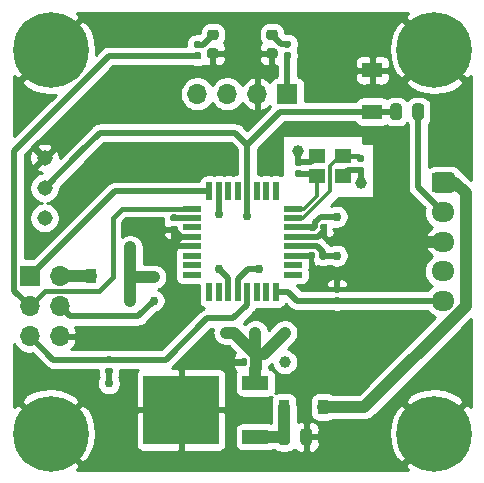
<source format=gbr>
G04 #@! TF.GenerationSoftware,KiCad,Pcbnew,(5.1.6-0-10_14)*
G04 #@! TF.CreationDate,2020-09-06T19:08:14+02:00*
G04 #@! TF.ProjectId,Tachometer pcb,54616368-6f6d-4657-9465-72207063622e,V2.0*
G04 #@! TF.SameCoordinates,Original*
G04 #@! TF.FileFunction,Copper,L1,Top*
G04 #@! TF.FilePolarity,Positive*
%FSLAX46Y46*%
G04 Gerber Fmt 4.6, Leading zero omitted, Abs format (unit mm)*
G04 Created by KiCad (PCBNEW (5.1.6-0-10_14)) date 2020-09-06 19:08:14*
%MOMM*%
%LPD*%
G01*
G04 APERTURE LIST*
G04 #@! TA.AperFunction,SMDPad,CuDef*
%ADD10R,6.400000X5.800000*%
G04 #@! TD*
G04 #@! TA.AperFunction,SMDPad,CuDef*
%ADD11R,2.200000X1.200000*%
G04 #@! TD*
G04 #@! TA.AperFunction,ComponentPad*
%ADD12C,1.308000*%
G04 #@! TD*
G04 #@! TA.AperFunction,SMDPad,CuDef*
%ADD13R,0.900000X1.200000*%
G04 #@! TD*
G04 #@! TA.AperFunction,ComponentPad*
%ADD14O,1.700000X1.700000*%
G04 #@! TD*
G04 #@! TA.AperFunction,ComponentPad*
%ADD15R,1.700000X1.700000*%
G04 #@! TD*
G04 #@! TA.AperFunction,SMDPad,CuDef*
%ADD16R,1.400000X1.200000*%
G04 #@! TD*
G04 #@! TA.AperFunction,SMDPad,CuDef*
%ADD17R,1.700000X1.300000*%
G04 #@! TD*
G04 #@! TA.AperFunction,ComponentPad*
%ADD18O,1.950000X1.700000*%
G04 #@! TD*
G04 #@! TA.AperFunction,SMDPad,CuDef*
%ADD19R,0.550000X1.600000*%
G04 #@! TD*
G04 #@! TA.AperFunction,SMDPad,CuDef*
%ADD20R,1.600000X0.550000*%
G04 #@! TD*
G04 #@! TA.AperFunction,ComponentPad*
%ADD21C,0.800000*%
G04 #@! TD*
G04 #@! TA.AperFunction,ComponentPad*
%ADD22C,6.400000*%
G04 #@! TD*
G04 #@! TA.AperFunction,ViaPad*
%ADD23C,1.000000*%
G04 #@! TD*
G04 #@! TA.AperFunction,ViaPad*
%ADD24C,0.750000*%
G04 #@! TD*
G04 #@! TA.AperFunction,Conductor*
%ADD25C,0.500000*%
G04 #@! TD*
G04 #@! TA.AperFunction,Conductor*
%ADD26C,1.000000*%
G04 #@! TD*
G04 #@! TA.AperFunction,Conductor*
%ADD27C,0.400000*%
G04 #@! TD*
G04 #@! TA.AperFunction,Conductor*
%ADD28C,0.300000*%
G04 #@! TD*
G04 #@! TA.AperFunction,Conductor*
%ADD29C,0.254000*%
G04 #@! TD*
G04 APERTURE END LIST*
G04 #@! TA.AperFunction,SMDPad,CuDef*
G36*
G01*
X159913500Y-121990250D02*
X159913500Y-121077750D01*
G75*
G02*
X160157250Y-120834000I243750J0D01*
G01*
X160644750Y-120834000D01*
G75*
G02*
X160888500Y-121077750I0J-243750D01*
G01*
X160888500Y-121990250D01*
G75*
G02*
X160644750Y-122234000I-243750J0D01*
G01*
X160157250Y-122234000D01*
G75*
G02*
X159913500Y-121990250I0J243750D01*
G01*
G37*
G04 #@! TD.AperFunction*
G04 #@! TA.AperFunction,SMDPad,CuDef*
G36*
G01*
X158038500Y-121990250D02*
X158038500Y-121077750D01*
G75*
G02*
X158282250Y-120834000I243750J0D01*
G01*
X158769750Y-120834000D01*
G75*
G02*
X159013500Y-121077750I0J-243750D01*
G01*
X159013500Y-121990250D01*
G75*
G02*
X158769750Y-122234000I-243750J0D01*
G01*
X158282250Y-122234000D01*
G75*
G02*
X158038500Y-121990250I0J243750D01*
G01*
G37*
G04 #@! TD.AperFunction*
G04 #@! TA.AperFunction,SMDPad,CuDef*
G36*
G01*
X155425000Y-115027500D02*
X155425000Y-115372500D01*
G75*
G02*
X155277500Y-115520000I-147500J0D01*
G01*
X154982500Y-115520000D01*
G75*
G02*
X154835000Y-115372500I0J147500D01*
G01*
X154835000Y-115027500D01*
G75*
G02*
X154982500Y-114880000I147500J0D01*
G01*
X155277500Y-114880000D01*
G75*
G02*
X155425000Y-115027500I0J-147500D01*
G01*
G37*
G04 #@! TD.AperFunction*
G04 #@! TA.AperFunction,SMDPad,CuDef*
G36*
G01*
X156395000Y-115027500D02*
X156395000Y-115372500D01*
G75*
G02*
X156247500Y-115520000I-147500J0D01*
G01*
X155952500Y-115520000D01*
G75*
G02*
X155805000Y-115372500I0J147500D01*
G01*
X155805000Y-115027500D01*
G75*
G02*
X155952500Y-114880000I147500J0D01*
G01*
X156247500Y-114880000D01*
G75*
G02*
X156395000Y-115027500I0J-147500D01*
G01*
G37*
G04 #@! TD.AperFunction*
G04 #@! TA.AperFunction,SMDPad,CuDef*
G36*
G01*
X164827500Y-98675000D02*
X165172500Y-98675000D01*
G75*
G02*
X165320000Y-98822500I0J-147500D01*
G01*
X165320000Y-99117500D01*
G75*
G02*
X165172500Y-99265000I-147500J0D01*
G01*
X164827500Y-99265000D01*
G75*
G02*
X164680000Y-99117500I0J147500D01*
G01*
X164680000Y-98822500D01*
G75*
G02*
X164827500Y-98675000I147500J0D01*
G01*
G37*
G04 #@! TD.AperFunction*
G04 #@! TA.AperFunction,SMDPad,CuDef*
G36*
G01*
X164827500Y-97705000D02*
X165172500Y-97705000D01*
G75*
G02*
X165320000Y-97852500I0J-147500D01*
G01*
X165320000Y-98147500D01*
G75*
G02*
X165172500Y-98295000I-147500J0D01*
G01*
X164827500Y-98295000D01*
G75*
G02*
X164680000Y-98147500I0J147500D01*
G01*
X164680000Y-97852500D01*
G75*
G02*
X164827500Y-97705000I147500J0D01*
G01*
G37*
G04 #@! TD.AperFunction*
D10*
X149801000Y-119254000D03*
D11*
X156101000Y-116974000D03*
X156101000Y-121534000D03*
G04 #@! TA.AperFunction,SMDPad,CuDef*
G36*
G01*
X161605000Y-103972500D02*
X161605000Y-103627500D01*
G75*
G02*
X161752500Y-103480000I147500J0D01*
G01*
X162047500Y-103480000D01*
G75*
G02*
X162195000Y-103627500I0J-147500D01*
G01*
X162195000Y-103972500D01*
G75*
G02*
X162047500Y-104120000I-147500J0D01*
G01*
X161752500Y-104120000D01*
G75*
G02*
X161605000Y-103972500I0J147500D01*
G01*
G37*
G04 #@! TD.AperFunction*
G04 #@! TA.AperFunction,SMDPad,CuDef*
G36*
G01*
X160635000Y-103972500D02*
X160635000Y-103627500D01*
G75*
G02*
X160782500Y-103480000I147500J0D01*
G01*
X161077500Y-103480000D01*
G75*
G02*
X161225000Y-103627500I0J-147500D01*
G01*
X161225000Y-103972500D01*
G75*
G02*
X161077500Y-104120000I-147500J0D01*
G01*
X160782500Y-104120000D01*
G75*
G02*
X160635000Y-103972500I0J147500D01*
G01*
G37*
G04 #@! TD.AperFunction*
D12*
X138250000Y-103000000D03*
X138250000Y-97920000D03*
X138250000Y-100460000D03*
G04 #@! TA.AperFunction,SMDPad,CuDef*
G36*
G01*
X158627500Y-88955000D02*
X158972500Y-88955000D01*
G75*
G02*
X159120000Y-89102500I0J-147500D01*
G01*
X159120000Y-89397500D01*
G75*
G02*
X158972500Y-89545000I-147500J0D01*
G01*
X158627500Y-89545000D01*
G75*
G02*
X158480000Y-89397500I0J147500D01*
G01*
X158480000Y-89102500D01*
G75*
G02*
X158627500Y-88955000I147500J0D01*
G01*
G37*
G04 #@! TD.AperFunction*
G04 #@! TA.AperFunction,SMDPad,CuDef*
G36*
G01*
X158627500Y-87985000D02*
X158972500Y-87985000D01*
G75*
G02*
X159120000Y-88132500I0J-147500D01*
G01*
X159120000Y-88427500D01*
G75*
G02*
X158972500Y-88575000I-147500J0D01*
G01*
X158627500Y-88575000D01*
G75*
G02*
X158480000Y-88427500I0J147500D01*
G01*
X158480000Y-88132500D01*
G75*
G02*
X158627500Y-87985000I147500J0D01*
G01*
G37*
G04 #@! TD.AperFunction*
G04 #@! TA.AperFunction,SMDPad,CuDef*
G36*
G01*
X151027500Y-88990000D02*
X151372500Y-88990000D01*
G75*
G02*
X151520000Y-89137500I0J-147500D01*
G01*
X151520000Y-89432500D01*
G75*
G02*
X151372500Y-89580000I-147500J0D01*
G01*
X151027500Y-89580000D01*
G75*
G02*
X150880000Y-89432500I0J147500D01*
G01*
X150880000Y-89137500D01*
G75*
G02*
X151027500Y-88990000I147500J0D01*
G01*
G37*
G04 #@! TD.AperFunction*
G04 #@! TA.AperFunction,SMDPad,CuDef*
G36*
G01*
X151027500Y-88020000D02*
X151372500Y-88020000D01*
G75*
G02*
X151520000Y-88167500I0J-147500D01*
G01*
X151520000Y-88462500D01*
G75*
G02*
X151372500Y-88610000I-147500J0D01*
G01*
X151027500Y-88610000D01*
G75*
G02*
X150880000Y-88462500I0J147500D01*
G01*
X150880000Y-88167500D01*
G75*
G02*
X151027500Y-88020000I147500J0D01*
G01*
G37*
G04 #@! TD.AperFunction*
G04 #@! TA.AperFunction,SMDPad,CuDef*
G36*
G01*
X149027500Y-103675000D02*
X149372500Y-103675000D01*
G75*
G02*
X149520000Y-103822500I0J-147500D01*
G01*
X149520000Y-104117500D01*
G75*
G02*
X149372500Y-104265000I-147500J0D01*
G01*
X149027500Y-104265000D01*
G75*
G02*
X148880000Y-104117500I0J147500D01*
G01*
X148880000Y-103822500D01*
G75*
G02*
X149027500Y-103675000I147500J0D01*
G01*
G37*
G04 #@! TD.AperFunction*
G04 #@! TA.AperFunction,SMDPad,CuDef*
G36*
G01*
X149027500Y-102705000D02*
X149372500Y-102705000D01*
G75*
G02*
X149520000Y-102852500I0J-147500D01*
G01*
X149520000Y-103147500D01*
G75*
G02*
X149372500Y-103295000I-147500J0D01*
G01*
X149027500Y-103295000D01*
G75*
G02*
X148880000Y-103147500I0J147500D01*
G01*
X148880000Y-102852500D01*
G75*
G02*
X149027500Y-102705000I147500J0D01*
G01*
G37*
G04 #@! TD.AperFunction*
G04 #@! TA.AperFunction,SMDPad,CuDef*
G36*
G01*
X161125000Y-106027500D02*
X161125000Y-106372500D01*
G75*
G02*
X160977500Y-106520000I-147500J0D01*
G01*
X160682500Y-106520000D01*
G75*
G02*
X160535000Y-106372500I0J147500D01*
G01*
X160535000Y-106027500D01*
G75*
G02*
X160682500Y-105880000I147500J0D01*
G01*
X160977500Y-105880000D01*
G75*
G02*
X161125000Y-106027500I0J-147500D01*
G01*
G37*
G04 #@! TD.AperFunction*
G04 #@! TA.AperFunction,SMDPad,CuDef*
G36*
G01*
X162095000Y-106027500D02*
X162095000Y-106372500D01*
G75*
G02*
X161947500Y-106520000I-147500J0D01*
G01*
X161652500Y-106520000D01*
G75*
G02*
X161505000Y-106372500I0J147500D01*
G01*
X161505000Y-106027500D01*
G75*
G02*
X161652500Y-105880000I147500J0D01*
G01*
X161947500Y-105880000D01*
G75*
G02*
X162095000Y-106027500I0J-147500D01*
G01*
G37*
G04 #@! TD.AperFunction*
D13*
X142200000Y-107900000D03*
X145500000Y-107900000D03*
G04 #@! TA.AperFunction,SMDPad,CuDef*
G36*
G01*
X152756250Y-87937500D02*
X152243750Y-87937500D01*
G75*
G02*
X152025000Y-87718750I0J218750D01*
G01*
X152025000Y-87281250D01*
G75*
G02*
X152243750Y-87062500I218750J0D01*
G01*
X152756250Y-87062500D01*
G75*
G02*
X152975000Y-87281250I0J-218750D01*
G01*
X152975000Y-87718750D01*
G75*
G02*
X152756250Y-87937500I-218750J0D01*
G01*
G37*
G04 #@! TD.AperFunction*
G04 #@! TA.AperFunction,SMDPad,CuDef*
G36*
G01*
X152756250Y-89512500D02*
X152243750Y-89512500D01*
G75*
G02*
X152025000Y-89293750I0J218750D01*
G01*
X152025000Y-88856250D01*
G75*
G02*
X152243750Y-88637500I218750J0D01*
G01*
X152756250Y-88637500D01*
G75*
G02*
X152975000Y-88856250I0J-218750D01*
G01*
X152975000Y-89293750D01*
G75*
G02*
X152756250Y-89512500I-218750J0D01*
G01*
G37*
G04 #@! TD.AperFunction*
D14*
X139540000Y-113000000D03*
X137000000Y-113000000D03*
X139540000Y-110460000D03*
X137000000Y-110460000D03*
X139540000Y-107920000D03*
D15*
X137000000Y-107920000D03*
D16*
X163500000Y-99450000D03*
X161300000Y-99450000D03*
X161300000Y-97750000D03*
X163500000Y-97750000D03*
G04 #@! TA.AperFunction,SMDPad,CuDef*
G36*
G01*
X143872500Y-115295000D02*
X143527500Y-115295000D01*
G75*
G02*
X143380000Y-115147500I0J147500D01*
G01*
X143380000Y-114852500D01*
G75*
G02*
X143527500Y-114705000I147500J0D01*
G01*
X143872500Y-114705000D01*
G75*
G02*
X144020000Y-114852500I0J-147500D01*
G01*
X144020000Y-115147500D01*
G75*
G02*
X143872500Y-115295000I-147500J0D01*
G01*
G37*
G04 #@! TD.AperFunction*
G04 #@! TA.AperFunction,SMDPad,CuDef*
G36*
G01*
X143872500Y-116265000D02*
X143527500Y-116265000D01*
G75*
G02*
X143380000Y-116117500I0J147500D01*
G01*
X143380000Y-115822500D01*
G75*
G02*
X143527500Y-115675000I147500J0D01*
G01*
X143872500Y-115675000D01*
G75*
G02*
X144020000Y-115822500I0J-147500D01*
G01*
X144020000Y-116117500D01*
G75*
G02*
X143872500Y-116265000I-147500J0D01*
G01*
G37*
G04 #@! TD.AperFunction*
G04 #@! TA.AperFunction,SMDPad,CuDef*
G36*
G01*
X157756250Y-87937500D02*
X157243750Y-87937500D01*
G75*
G02*
X157025000Y-87718750I0J218750D01*
G01*
X157025000Y-87281250D01*
G75*
G02*
X157243750Y-87062500I218750J0D01*
G01*
X157756250Y-87062500D01*
G75*
G02*
X157975000Y-87281250I0J-218750D01*
G01*
X157975000Y-87718750D01*
G75*
G02*
X157756250Y-87937500I-218750J0D01*
G01*
G37*
G04 #@! TD.AperFunction*
G04 #@! TA.AperFunction,SMDPad,CuDef*
G36*
G01*
X157756250Y-89512500D02*
X157243750Y-89512500D01*
G75*
G02*
X157025000Y-89293750I0J218750D01*
G01*
X157025000Y-88856250D01*
G75*
G02*
X157243750Y-88637500I218750J0D01*
G01*
X157756250Y-88637500D01*
G75*
G02*
X157975000Y-88856250I0J-218750D01*
G01*
X157975000Y-89293750D01*
G75*
G02*
X157756250Y-89512500I-218750J0D01*
G01*
G37*
G04 #@! TD.AperFunction*
D17*
X166000000Y-90500000D03*
X166000000Y-94000000D03*
D18*
X172000000Y-110000000D03*
X172000000Y-107500000D03*
X172000000Y-105000000D03*
X172000000Y-102500000D03*
G04 #@! TA.AperFunction,ComponentPad*
G36*
G01*
X171275000Y-99150000D02*
X172725000Y-99150000D01*
G75*
G02*
X172975000Y-99400000I0J-250000D01*
G01*
X172975000Y-100600000D01*
G75*
G02*
X172725000Y-100850000I-250000J0D01*
G01*
X171275000Y-100850000D01*
G75*
G02*
X171025000Y-100600000I0J250000D01*
G01*
X171025000Y-99400000D01*
G75*
G02*
X171275000Y-99150000I250000J0D01*
G01*
G37*
G04 #@! TD.AperFunction*
G04 #@! TA.AperFunction,SMDPad,CuDef*
G36*
G01*
X163172500Y-109325000D02*
X162827500Y-109325000D01*
G75*
G02*
X162680000Y-109177500I0J147500D01*
G01*
X162680000Y-108882500D01*
G75*
G02*
X162827500Y-108735000I147500J0D01*
G01*
X163172500Y-108735000D01*
G75*
G02*
X163320000Y-108882500I0J-147500D01*
G01*
X163320000Y-109177500D01*
G75*
G02*
X163172500Y-109325000I-147500J0D01*
G01*
G37*
G04 #@! TD.AperFunction*
G04 #@! TA.AperFunction,SMDPad,CuDef*
G36*
G01*
X163172500Y-110295000D02*
X162827500Y-110295000D01*
G75*
G02*
X162680000Y-110147500I0J147500D01*
G01*
X162680000Y-109852500D01*
G75*
G02*
X162827500Y-109705000I147500J0D01*
G01*
X163172500Y-109705000D01*
G75*
G02*
X163320000Y-109852500I0J-147500D01*
G01*
X163320000Y-110147500D01*
G75*
G02*
X163172500Y-110295000I-147500J0D01*
G01*
G37*
G04 #@! TD.AperFunction*
G04 #@! TA.AperFunction,SMDPad,CuDef*
G36*
G01*
X168487500Y-93543750D02*
X168487500Y-94456250D01*
G75*
G02*
X168243750Y-94700000I-243750J0D01*
G01*
X167756250Y-94700000D01*
G75*
G02*
X167512500Y-94456250I0J243750D01*
G01*
X167512500Y-93543750D01*
G75*
G02*
X167756250Y-93300000I243750J0D01*
G01*
X168243750Y-93300000D01*
G75*
G02*
X168487500Y-93543750I0J-243750D01*
G01*
G37*
G04 #@! TD.AperFunction*
G04 #@! TA.AperFunction,SMDPad,CuDef*
G36*
G01*
X170362500Y-93543750D02*
X170362500Y-94456250D01*
G75*
G02*
X170118750Y-94700000I-243750J0D01*
G01*
X169631250Y-94700000D01*
G75*
G02*
X169387500Y-94456250I0J243750D01*
G01*
X169387500Y-93543750D01*
G75*
G02*
X169631250Y-93300000I243750J0D01*
G01*
X170118750Y-93300000D01*
G75*
G02*
X170362500Y-93543750I0J-243750D01*
G01*
G37*
G04 #@! TD.AperFunction*
D14*
X151180000Y-92500000D03*
X153720000Y-92500000D03*
X156260000Y-92500000D03*
D15*
X158800000Y-92500000D03*
D13*
X161830000Y-119000000D03*
X158530000Y-119000000D03*
G04 #@! TA.AperFunction,SMDPad,CuDef*
G36*
G01*
X159922500Y-98575000D02*
X159577500Y-98575000D01*
G75*
G02*
X159430000Y-98427500I0J147500D01*
G01*
X159430000Y-98132500D01*
G75*
G02*
X159577500Y-97985000I147500J0D01*
G01*
X159922500Y-97985000D01*
G75*
G02*
X160070000Y-98132500I0J-147500D01*
G01*
X160070000Y-98427500D01*
G75*
G02*
X159922500Y-98575000I-147500J0D01*
G01*
G37*
G04 #@! TD.AperFunction*
G04 #@! TA.AperFunction,SMDPad,CuDef*
G36*
G01*
X159922500Y-99545000D02*
X159577500Y-99545000D01*
G75*
G02*
X159430000Y-99397500I0J147500D01*
G01*
X159430000Y-99102500D01*
G75*
G02*
X159577500Y-98955000I147500J0D01*
G01*
X159922500Y-98955000D01*
G75*
G02*
X160070000Y-99102500I0J-147500D01*
G01*
X160070000Y-99397500D01*
G75*
G02*
X159922500Y-99545000I-147500J0D01*
G01*
G37*
G04 #@! TD.AperFunction*
D19*
X157800000Y-109250000D03*
X157000000Y-109250000D03*
X156200000Y-109250000D03*
X155400000Y-109250000D03*
X154600000Y-109250000D03*
X153800000Y-109250000D03*
X153000000Y-109250000D03*
X152200000Y-109250000D03*
D20*
X150750000Y-107800000D03*
X150750000Y-107000000D03*
X150750000Y-106200000D03*
X150750000Y-105400000D03*
X150750000Y-104600000D03*
X150750000Y-103800000D03*
X150750000Y-103000000D03*
X150750000Y-102200000D03*
D19*
X152200000Y-100750000D03*
X153000000Y-100750000D03*
X153800000Y-100750000D03*
X154600000Y-100750000D03*
X155400000Y-100750000D03*
X156200000Y-100750000D03*
X157000000Y-100750000D03*
X157800000Y-100750000D03*
D20*
X159250000Y-102200000D03*
X159250000Y-103000000D03*
X159250000Y-103800000D03*
X159250000Y-104600000D03*
X159250000Y-105400000D03*
X159250000Y-106200000D03*
X159250000Y-107000000D03*
X159250000Y-107800000D03*
D21*
X140447056Y-119552944D03*
X138750000Y-118850000D03*
X137052944Y-119552944D03*
X136350000Y-121250000D03*
X137052944Y-122947056D03*
X138750000Y-123650000D03*
X140447056Y-122947056D03*
X141150000Y-121250000D03*
D22*
X138750000Y-121250000D03*
X171250000Y-121250000D03*
D21*
X173650000Y-121250000D03*
X172947056Y-122947056D03*
X171250000Y-123650000D03*
X169552944Y-122947056D03*
X168850000Y-121250000D03*
X169552944Y-119552944D03*
X171250000Y-118850000D03*
X172947056Y-119552944D03*
X172947056Y-87052944D03*
X171250000Y-86350000D03*
X169552944Y-87052944D03*
X168850000Y-88750000D03*
X169552944Y-90447056D03*
X171250000Y-91150000D03*
X172947056Y-90447056D03*
X173650000Y-88750000D03*
D22*
X171250000Y-88750000D03*
D21*
X140447056Y-87052944D03*
X138750000Y-86350000D03*
X137052944Y-87052944D03*
X136350000Y-88750000D03*
X137052944Y-90447056D03*
X138750000Y-91150000D03*
X140447056Y-90447056D03*
X141150000Y-88750000D03*
D22*
X138750000Y-88750000D03*
D23*
X159700000Y-97300000D03*
X165000000Y-100000000D03*
X165500000Y-103000000D03*
X165500000Y-105000000D03*
X165500000Y-107000000D03*
D24*
X144000000Y-118750000D03*
X144000000Y-120500000D03*
X144000000Y-122250000D03*
X166000000Y-122000000D03*
X164000000Y-122000000D03*
X143700000Y-117000000D03*
X155400000Y-102800000D03*
X147500000Y-110000000D03*
X153000000Y-102700000D03*
X163000000Y-106200000D03*
D23*
X145500000Y-110000000D03*
X147500000Y-108000000D03*
X158600000Y-112700000D03*
X156100000Y-112700000D03*
X158600000Y-115200000D03*
X153600000Y-112700000D03*
X145500000Y-105500000D03*
D24*
X163000000Y-102900000D03*
X153000000Y-107300000D03*
X156400000Y-107300000D03*
D25*
X159700000Y-98230000D02*
X159750000Y-98280000D01*
X159700000Y-97300000D02*
X159700000Y-98230000D01*
X160770000Y-98280000D02*
X161300000Y-97750000D01*
X159750000Y-98280000D02*
X160770000Y-98280000D01*
X165000000Y-100000000D02*
X165000000Y-98970000D01*
X163980000Y-98970000D02*
X163500000Y-99450000D01*
X165000000Y-98970000D02*
X163980000Y-98970000D01*
D26*
X172000000Y-105000000D02*
X169900000Y-105000000D01*
D25*
X160830000Y-106200000D02*
X159250000Y-106200000D01*
X149830000Y-104600000D02*
X149200000Y-103970000D01*
X150750000Y-104600000D02*
X149830000Y-104600000D01*
X155130000Y-115200000D02*
X153600000Y-115200000D01*
X161900000Y-104120000D02*
X161900000Y-103800000D01*
X161420000Y-104600000D02*
X161900000Y-104120000D01*
X159250000Y-104600000D02*
X161420000Y-104600000D01*
X161900000Y-103800000D02*
X161900000Y-104550000D01*
X162350000Y-105000000D02*
X166000000Y-105000000D01*
X161900000Y-104550000D02*
X162350000Y-105000000D01*
X149100000Y-105330000D02*
X149830000Y-104600000D01*
X149100000Y-105400000D02*
X149100000Y-105330000D01*
X150750000Y-105400000D02*
X149100000Y-105400000D01*
X161320000Y-105400000D02*
X159250000Y-105400000D01*
X161800000Y-105880000D02*
X161320000Y-105400000D01*
X161800000Y-106200000D02*
X161800000Y-105880000D01*
X160930000Y-103800000D02*
X159250000Y-103800000D01*
D26*
X156125010Y-114525010D02*
X156100000Y-114500000D01*
X156125010Y-115723552D02*
X156125010Y-114525010D01*
X156101000Y-115747562D02*
X156125010Y-115723552D01*
X156101000Y-116974000D02*
X156101000Y-115747562D01*
X154300000Y-112700000D02*
X153600000Y-112700000D01*
X156100000Y-114500000D02*
X154300000Y-112700000D01*
X156100000Y-114500000D02*
X156100000Y-112700000D01*
X158600000Y-112700000D02*
X156800000Y-114500000D01*
X156800000Y-114500000D02*
X156100000Y-114500000D01*
X145500000Y-105500000D02*
X145500000Y-107900000D01*
X145500000Y-107900000D02*
X145500000Y-110000000D01*
X145600000Y-108000000D02*
X145500000Y-107900000D01*
X147500000Y-108000000D02*
X145600000Y-108000000D01*
D25*
X161800000Y-106200000D02*
X163000000Y-106200000D01*
X161634992Y-102900000D02*
X163000000Y-102900000D01*
X161154990Y-103380002D02*
X161634992Y-102900000D01*
X161154990Y-103745010D02*
X161154990Y-103380002D01*
X161100000Y-103800000D02*
X161154990Y-103745010D01*
X160930000Y-103800000D02*
X161100000Y-103800000D01*
X158800000Y-89250000D02*
X158800000Y-92500000D01*
X143700000Y-115970000D02*
X143700000Y-117000000D01*
D26*
X172975000Y-100000000D02*
X173900000Y-100925000D01*
X172000000Y-100000000D02*
X172975000Y-100000000D01*
X165317045Y-119000000D02*
X161830000Y-119000000D01*
X173900000Y-110417045D02*
X165317045Y-119000000D01*
X173900000Y-100925000D02*
X173900000Y-110417045D01*
D25*
X153800000Y-108100000D02*
X153800000Y-109250000D01*
X153000000Y-107300000D02*
X153800000Y-108100000D01*
X154600000Y-108164998D02*
X154600000Y-109250000D01*
X155464998Y-107300000D02*
X154600000Y-108164998D01*
X156400000Y-107300000D02*
X155464998Y-107300000D01*
X158885002Y-109250000D02*
X157800000Y-109250000D01*
X159635002Y-110000000D02*
X158885002Y-109250000D01*
X172000000Y-110000000D02*
X159635002Y-110000000D01*
D26*
X158530000Y-121530000D02*
X158526000Y-121534000D01*
X158530000Y-119000000D02*
X158530000Y-121530000D01*
X156101000Y-121534000D02*
X158526000Y-121534000D01*
D25*
X150750000Y-103000000D02*
X149200000Y-103000000D01*
X166000000Y-94000000D02*
X168000000Y-94000000D01*
X166000000Y-94000000D02*
X158200000Y-94000000D01*
X155400000Y-96800000D02*
X155400000Y-100750000D01*
X158200000Y-94000000D02*
X155400000Y-96800000D01*
X154400000Y-95800000D02*
X142910000Y-95800000D01*
X155400000Y-96800000D02*
X154400000Y-95800000D01*
X142910000Y-95800000D02*
X141255000Y-97455000D01*
X141255000Y-97455000D02*
X138250000Y-100460000D01*
X155400000Y-100750000D02*
X155400000Y-102800000D01*
X169875000Y-100375000D02*
X172000000Y-102500000D01*
X169875000Y-94000000D02*
X169875000Y-100375000D01*
X158280000Y-88280000D02*
X157500000Y-87500000D01*
X158800000Y-88280000D02*
X158280000Y-88280000D01*
D27*
X164750000Y-97750000D02*
X165000000Y-98000000D01*
X163500000Y-97750000D02*
X164750000Y-97750000D01*
D28*
X163269998Y-97750000D02*
X162400000Y-98619998D01*
X163500000Y-97750000D02*
X163269998Y-97750000D01*
X160155002Y-103000000D02*
X159250000Y-103000000D01*
X162400000Y-100755002D02*
X160155002Y-103000000D01*
X162400000Y-98619998D02*
X162400000Y-100755002D01*
D25*
X161100000Y-99250000D02*
X161300000Y-99450000D01*
X159750000Y-99250000D02*
X161100000Y-99250000D01*
D28*
X161300000Y-99450000D02*
X161300000Y-101147882D01*
X160247882Y-102200000D02*
X159250000Y-102200000D01*
X161300000Y-101147882D02*
X160247882Y-102200000D01*
D25*
X153000000Y-102700000D02*
X153000000Y-100750000D01*
X140389999Y-111309999D02*
X146190001Y-111309999D01*
X146190001Y-111309999D02*
X147500000Y-110000000D01*
X139540000Y-110460000D02*
X140389999Y-111309999D01*
X144170000Y-100750000D02*
X152200000Y-100750000D01*
X137000000Y-107920000D02*
X144170000Y-100750000D01*
X151200000Y-89285000D02*
X143715000Y-89285000D01*
X135699999Y-97300001D02*
X135699999Y-109159999D01*
X135699999Y-109159999D02*
X137000000Y-110460000D01*
X143715000Y-89285000D02*
X135699999Y-97300001D01*
D27*
X144800000Y-102200000D02*
X150750000Y-102200000D01*
X144000000Y-103000000D02*
X144800000Y-102200000D01*
X144000000Y-108000000D02*
X144000000Y-103000000D01*
X142829999Y-109170001D02*
X144000000Y-108000000D01*
X138289999Y-109170001D02*
X142829999Y-109170001D01*
X137000000Y-110460000D02*
X138289999Y-109170001D01*
D26*
X139540000Y-107920000D02*
X142180000Y-107920000D01*
D25*
X151685000Y-88315000D02*
X152500000Y-87500000D01*
X151200000Y-88315000D02*
X151685000Y-88315000D01*
X139000000Y-115000000D02*
X143700000Y-115000000D01*
X137000000Y-113000000D02*
X139000000Y-115000000D01*
X143700000Y-115000000D02*
X148500000Y-115000000D01*
X148500000Y-115000000D02*
X152000000Y-111500000D01*
X155400000Y-110335002D02*
X155400000Y-109250000D01*
X154235002Y-111500000D02*
X155400000Y-110335002D01*
X152000000Y-111500000D02*
X154235002Y-111500000D01*
D29*
G36*
X158978470Y-110595047D02*
G01*
X159006185Y-110628817D01*
X159039953Y-110656530D01*
X159039955Y-110656532D01*
X159063448Y-110675812D01*
X159140943Y-110739411D01*
X159294689Y-110821589D01*
X159461512Y-110872195D01*
X159591525Y-110885000D01*
X159591535Y-110885000D01*
X159635001Y-110889281D01*
X159678467Y-110885000D01*
X162565531Y-110885000D01*
X162674243Y-110917977D01*
X162827500Y-110933072D01*
X163172500Y-110933072D01*
X163325757Y-110917977D01*
X163434469Y-110885000D01*
X170680241Y-110885000D01*
X170819866Y-111055134D01*
X171045986Y-111240706D01*
X171303966Y-111378599D01*
X171326484Y-111385430D01*
X164846914Y-117865000D01*
X162626144Y-117865000D01*
X162524180Y-117810498D01*
X162404482Y-117774188D01*
X162280000Y-117761928D01*
X161380000Y-117761928D01*
X161255518Y-117774188D01*
X161135820Y-117810498D01*
X161025506Y-117869463D01*
X160928815Y-117948815D01*
X160849463Y-118045506D01*
X160790498Y-118155820D01*
X160754188Y-118275518D01*
X160741928Y-118400000D01*
X160741928Y-118676940D01*
X160711423Y-118777501D01*
X160689509Y-119000000D01*
X160711423Y-119222499D01*
X160741928Y-119323060D01*
X160741928Y-119600000D01*
X160754188Y-119724482D01*
X160790498Y-119844180D01*
X160849463Y-119954494D01*
X160928815Y-120051185D01*
X161025506Y-120130537D01*
X161135820Y-120189502D01*
X161255518Y-120225812D01*
X161380000Y-120238072D01*
X162280000Y-120238072D01*
X162404482Y-120225812D01*
X162524180Y-120189502D01*
X162626144Y-120135000D01*
X165261294Y-120135000D01*
X165317045Y-120140491D01*
X165372796Y-120135000D01*
X165372797Y-120135000D01*
X165539544Y-120118577D01*
X165753492Y-120053676D01*
X165950668Y-119948284D01*
X166123494Y-119806449D01*
X166159041Y-119763135D01*
X167373057Y-118549119D01*
X168728724Y-118549119D01*
X171250000Y-121070395D01*
X173771276Y-118549119D01*
X173411088Y-118059452D01*
X172747118Y-117699151D01*
X172025615Y-117475306D01*
X171274305Y-117396520D01*
X170522062Y-117465822D01*
X169797792Y-117680548D01*
X169129330Y-118032445D01*
X169088912Y-118059452D01*
X168728724Y-118549119D01*
X167373057Y-118549119D01*
X174340001Y-111582176D01*
X174340001Y-119014952D01*
X173950881Y-118728724D01*
X171429605Y-121250000D01*
X171443748Y-121264143D01*
X171264143Y-121443748D01*
X171250000Y-121429605D01*
X168728724Y-123950881D01*
X169014951Y-124340000D01*
X140985049Y-124340000D01*
X141271276Y-123950881D01*
X138750000Y-121429605D01*
X138735858Y-121443748D01*
X138556253Y-121264143D01*
X138570395Y-121250000D01*
X138929605Y-121250000D01*
X141450881Y-123771276D01*
X141940548Y-123411088D01*
X142300849Y-122747118D01*
X142484862Y-122154000D01*
X145962928Y-122154000D01*
X145975188Y-122278482D01*
X146011498Y-122398180D01*
X146070463Y-122508494D01*
X146149815Y-122605185D01*
X146246506Y-122684537D01*
X146356820Y-122743502D01*
X146476518Y-122779812D01*
X146601000Y-122792072D01*
X149515250Y-122789000D01*
X149674000Y-122630250D01*
X149674000Y-119381000D01*
X149928000Y-119381000D01*
X149928000Y-122630250D01*
X150086750Y-122789000D01*
X153001000Y-122792072D01*
X153125482Y-122779812D01*
X153245180Y-122743502D01*
X153355494Y-122684537D01*
X153452185Y-122605185D01*
X153531537Y-122508494D01*
X153590502Y-122398180D01*
X153626812Y-122278482D01*
X153639072Y-122154000D01*
X153636000Y-119539750D01*
X153477250Y-119381000D01*
X149928000Y-119381000D01*
X149674000Y-119381000D01*
X146124750Y-119381000D01*
X145966000Y-119539750D01*
X145962928Y-122154000D01*
X142484862Y-122154000D01*
X142524694Y-122025615D01*
X142603480Y-121274305D01*
X142534178Y-120522062D01*
X142319452Y-119797792D01*
X141967555Y-119129330D01*
X141940548Y-119088912D01*
X141450881Y-118728724D01*
X138929605Y-121250000D01*
X138570395Y-121250000D01*
X136049119Y-118728724D01*
X135660000Y-119014951D01*
X135660000Y-118549119D01*
X136228724Y-118549119D01*
X138750000Y-121070395D01*
X141271276Y-118549119D01*
X140911088Y-118059452D01*
X140247118Y-117699151D01*
X139525615Y-117475306D01*
X138774305Y-117396520D01*
X138022062Y-117465822D01*
X137297792Y-117680548D01*
X136629330Y-118032445D01*
X136588912Y-118059452D01*
X136228724Y-118549119D01*
X135660000Y-118549119D01*
X135660000Y-113645445D01*
X135684010Y-113703411D01*
X135846525Y-113946632D01*
X136053368Y-114153475D01*
X136296589Y-114315990D01*
X136566842Y-114427932D01*
X136853740Y-114485000D01*
X137146260Y-114485000D01*
X137218960Y-114470539D01*
X138343470Y-115595049D01*
X138371183Y-115628817D01*
X138404951Y-115656530D01*
X138404953Y-115656532D01*
X138461554Y-115702983D01*
X138505941Y-115739411D01*
X138659687Y-115821589D01*
X138826510Y-115872195D01*
X138956523Y-115885000D01*
X138956533Y-115885000D01*
X138999999Y-115889281D01*
X139043465Y-115885000D01*
X142741928Y-115885000D01*
X142741928Y-116117500D01*
X142757023Y-116270757D01*
X142801726Y-116418125D01*
X142815000Y-116442960D01*
X142815001Y-116506544D01*
X142804950Y-116521586D01*
X142728814Y-116705394D01*
X142690000Y-116900524D01*
X142690000Y-117099476D01*
X142728814Y-117294606D01*
X142804950Y-117478414D01*
X142915482Y-117643837D01*
X143056163Y-117784518D01*
X143221586Y-117895050D01*
X143405394Y-117971186D01*
X143600524Y-118010000D01*
X143799476Y-118010000D01*
X143994606Y-117971186D01*
X144178414Y-117895050D01*
X144343837Y-117784518D01*
X144484518Y-117643837D01*
X144595050Y-117478414D01*
X144671186Y-117294606D01*
X144710000Y-117099476D01*
X144710000Y-116900524D01*
X144671186Y-116705394D01*
X144595050Y-116521586D01*
X144585000Y-116506545D01*
X144585000Y-116442959D01*
X144598274Y-116418125D01*
X144642977Y-116270757D01*
X144658072Y-116117500D01*
X144658072Y-115885000D01*
X146171523Y-115885000D01*
X146149815Y-115902815D01*
X146070463Y-115999506D01*
X146011498Y-116109820D01*
X145975188Y-116229518D01*
X145962928Y-116354000D01*
X145966000Y-118968250D01*
X146124750Y-119127000D01*
X149674000Y-119127000D01*
X149674000Y-115877750D01*
X149928000Y-115877750D01*
X149928000Y-119127000D01*
X153477250Y-119127000D01*
X153636000Y-118968250D01*
X153639072Y-116354000D01*
X153626812Y-116229518D01*
X153590502Y-116109820D01*
X153531537Y-115999506D01*
X153452185Y-115902815D01*
X153355494Y-115823463D01*
X153245180Y-115764498D01*
X153125482Y-115728188D01*
X153001000Y-115715928D01*
X150086750Y-115719000D01*
X149928000Y-115877750D01*
X149674000Y-115877750D01*
X149515250Y-115719000D01*
X149019566Y-115718477D01*
X149128817Y-115628817D01*
X149156534Y-115595044D01*
X152366579Y-112385000D01*
X152505421Y-112385000D01*
X152497685Y-112423894D01*
X152481423Y-112477501D01*
X152475932Y-112533253D01*
X152465000Y-112588212D01*
X152465000Y-112644248D01*
X152459509Y-112700000D01*
X152465000Y-112755752D01*
X152465000Y-112811788D01*
X152475932Y-112866747D01*
X152481423Y-112922499D01*
X152497685Y-112976106D01*
X152508617Y-113031067D01*
X152530063Y-113082842D01*
X152546324Y-113136447D01*
X152572731Y-113185851D01*
X152594176Y-113237624D01*
X152625307Y-113284214D01*
X152651716Y-113333623D01*
X152687259Y-113376932D01*
X152718388Y-113423520D01*
X152758009Y-113463141D01*
X152793551Y-113506449D01*
X152836859Y-113541991D01*
X152876480Y-113581612D01*
X152923068Y-113612741D01*
X152966377Y-113648284D01*
X153015786Y-113674693D01*
X153062376Y-113705824D01*
X153114149Y-113727269D01*
X153163553Y-113753676D01*
X153217158Y-113769937D01*
X153268933Y-113791383D01*
X153323894Y-113802315D01*
X153377501Y-113818577D01*
X153433253Y-113824068D01*
X153488212Y-113835000D01*
X153829869Y-113835000D01*
X154405713Y-114410844D01*
X154383815Y-114428815D01*
X154304463Y-114525506D01*
X154245498Y-114635820D01*
X154209188Y-114755518D01*
X154196928Y-114880000D01*
X154200000Y-114914250D01*
X154358750Y-115073000D01*
X154990010Y-115073000D01*
X154990010Y-115327000D01*
X154358750Y-115327000D01*
X154200000Y-115485750D01*
X154196928Y-115520000D01*
X154209188Y-115644482D01*
X154245498Y-115764180D01*
X154304463Y-115874494D01*
X154383815Y-115971185D01*
X154461996Y-116035346D01*
X154411498Y-116129820D01*
X154375188Y-116249518D01*
X154362928Y-116374000D01*
X154362928Y-117574000D01*
X154375188Y-117698482D01*
X154411498Y-117818180D01*
X154470463Y-117928494D01*
X154549815Y-118025185D01*
X154646506Y-118104537D01*
X154756820Y-118163502D01*
X154876518Y-118199812D01*
X155001000Y-118212072D01*
X157201000Y-118212072D01*
X157325482Y-118199812D01*
X157445180Y-118163502D01*
X157502876Y-118132662D01*
X157490498Y-118155820D01*
X157454188Y-118275518D01*
X157441928Y-118400000D01*
X157441928Y-118676941D01*
X157411423Y-118777502D01*
X157395000Y-118944249D01*
X157395001Y-120329276D01*
X157325482Y-120308188D01*
X157201000Y-120295928D01*
X155001000Y-120295928D01*
X154876518Y-120308188D01*
X154756820Y-120344498D01*
X154646506Y-120403463D01*
X154549815Y-120482815D01*
X154470463Y-120579506D01*
X154411498Y-120689820D01*
X154375188Y-120809518D01*
X154362928Y-120934000D01*
X154362928Y-122134000D01*
X154375188Y-122258482D01*
X154411498Y-122378180D01*
X154470463Y-122488494D01*
X154549815Y-122585185D01*
X154646506Y-122664537D01*
X154756820Y-122723502D01*
X154876518Y-122759812D01*
X155001000Y-122772072D01*
X157201000Y-122772072D01*
X157325482Y-122759812D01*
X157445180Y-122723502D01*
X157547144Y-122669000D01*
X157725979Y-122669000D01*
X157792336Y-122723458D01*
X157944791Y-122804947D01*
X158110215Y-122855128D01*
X158282250Y-122872072D01*
X158769750Y-122872072D01*
X158941785Y-122855128D01*
X159107209Y-122804947D01*
X159259664Y-122723458D01*
X159393292Y-122613792D01*
X159398508Y-122607436D01*
X159462315Y-122685185D01*
X159559006Y-122764537D01*
X159669320Y-122823502D01*
X159789018Y-122859812D01*
X159913500Y-122872072D01*
X160115250Y-122869000D01*
X160274000Y-122710250D01*
X160274000Y-121661000D01*
X160528000Y-121661000D01*
X160528000Y-122710250D01*
X160686750Y-122869000D01*
X160888500Y-122872072D01*
X161012982Y-122859812D01*
X161132680Y-122823502D01*
X161242994Y-122764537D01*
X161339685Y-122685185D01*
X161419037Y-122588494D01*
X161478002Y-122478180D01*
X161514312Y-122358482D01*
X161526572Y-122234000D01*
X161523500Y-121819750D01*
X161364750Y-121661000D01*
X160528000Y-121661000D01*
X160274000Y-121661000D01*
X160254000Y-121661000D01*
X160254000Y-121407000D01*
X160274000Y-121407000D01*
X160274000Y-120357750D01*
X160528000Y-120357750D01*
X160528000Y-121407000D01*
X161364750Y-121407000D01*
X161523500Y-121248250D01*
X161523667Y-121225695D01*
X167396520Y-121225695D01*
X167465822Y-121977938D01*
X167680548Y-122702208D01*
X168032445Y-123370670D01*
X168059452Y-123411088D01*
X168549119Y-123771276D01*
X171070395Y-121250000D01*
X168549119Y-118728724D01*
X168059452Y-119088912D01*
X167699151Y-119752882D01*
X167475306Y-120474385D01*
X167396520Y-121225695D01*
X161523667Y-121225695D01*
X161526572Y-120834000D01*
X161514312Y-120709518D01*
X161478002Y-120589820D01*
X161419037Y-120479506D01*
X161339685Y-120382815D01*
X161242994Y-120303463D01*
X161132680Y-120244498D01*
X161012982Y-120208188D01*
X160888500Y-120195928D01*
X160686750Y-120199000D01*
X160528000Y-120357750D01*
X160274000Y-120357750D01*
X160115250Y-120199000D01*
X159913500Y-120195928D01*
X159789018Y-120208188D01*
X159669320Y-120244498D01*
X159665000Y-120246807D01*
X159665000Y-118944248D01*
X159648577Y-118777501D01*
X159618072Y-118676940D01*
X159618072Y-118400000D01*
X159605812Y-118275518D01*
X159569502Y-118155820D01*
X159510537Y-118045506D01*
X159431185Y-117948815D01*
X159334494Y-117869463D01*
X159224180Y-117810498D01*
X159104482Y-117774188D01*
X158980000Y-117761928D01*
X158080000Y-117761928D01*
X157955518Y-117774188D01*
X157835820Y-117810498D01*
X157778124Y-117841338D01*
X157790502Y-117818180D01*
X157826812Y-117698482D01*
X157839072Y-117574000D01*
X157839072Y-116374000D01*
X157826812Y-116249518D01*
X157790502Y-116129820D01*
X157731537Y-116019506D01*
X157652185Y-115922815D01*
X157555494Y-115843463D01*
X157445180Y-115784498D01*
X157325482Y-115748188D01*
X157263673Y-115742101D01*
X157265500Y-115723553D01*
X157260010Y-115667811D01*
X157260010Y-115541081D01*
X157433623Y-115448284D01*
X157483937Y-115406992D01*
X157508617Y-115531067D01*
X157594176Y-115737624D01*
X157718388Y-115923520D01*
X157876480Y-116081612D01*
X158062376Y-116205824D01*
X158268933Y-116291383D01*
X158488212Y-116335000D01*
X158711788Y-116335000D01*
X158931067Y-116291383D01*
X159137624Y-116205824D01*
X159323520Y-116081612D01*
X159481612Y-115923520D01*
X159605824Y-115737624D01*
X159691383Y-115531067D01*
X159735000Y-115311788D01*
X159735000Y-115088212D01*
X159691383Y-114868933D01*
X159605824Y-114662376D01*
X159481612Y-114476480D01*
X159323520Y-114318388D01*
X159137624Y-114194176D01*
X158931067Y-114108617D01*
X158818838Y-114086293D01*
X159441988Y-113463144D01*
X159481612Y-113423520D01*
X159512743Y-113376930D01*
X159548283Y-113333624D01*
X159574691Y-113284218D01*
X159605824Y-113237624D01*
X159627271Y-113185848D01*
X159653675Y-113136448D01*
X159669935Y-113082848D01*
X159691383Y-113031067D01*
X159702317Y-112976099D01*
X159718576Y-112922500D01*
X159724066Y-112866756D01*
X159735000Y-112811788D01*
X159735000Y-112755743D01*
X159740490Y-112700001D01*
X159735000Y-112644259D01*
X159735000Y-112588212D01*
X159724066Y-112533242D01*
X159718576Y-112477502D01*
X159702318Y-112423906D01*
X159691383Y-112368933D01*
X159669932Y-112317146D01*
X159653675Y-112263554D01*
X159627274Y-112214161D01*
X159605824Y-112162376D01*
X159574686Y-112115774D01*
X159548283Y-112066378D01*
X159512749Y-112023080D01*
X159481612Y-111976480D01*
X159441981Y-111936849D01*
X159406448Y-111893552D01*
X159363151Y-111858019D01*
X159323520Y-111818388D01*
X159276920Y-111787251D01*
X159233622Y-111751717D01*
X159184226Y-111725314D01*
X159137624Y-111694176D01*
X159085839Y-111672726D01*
X159036446Y-111646325D01*
X158982854Y-111630068D01*
X158931067Y-111608617D01*
X158876094Y-111597682D01*
X158822498Y-111581424D01*
X158766758Y-111575934D01*
X158711788Y-111565000D01*
X158655741Y-111565000D01*
X158599999Y-111559510D01*
X158544257Y-111565000D01*
X158488212Y-111565000D01*
X158433244Y-111575934D01*
X158377500Y-111581424D01*
X158323901Y-111597683D01*
X158268933Y-111608617D01*
X158217152Y-111630065D01*
X158163552Y-111646325D01*
X158114152Y-111672729D01*
X158062376Y-111694176D01*
X158015782Y-111725309D01*
X157966376Y-111751717D01*
X157923070Y-111787257D01*
X157876480Y-111818388D01*
X157218295Y-112476573D01*
X157202315Y-112423894D01*
X157191383Y-112368933D01*
X157169937Y-112317158D01*
X157153676Y-112263553D01*
X157127269Y-112214149D01*
X157105824Y-112162376D01*
X157074693Y-112115786D01*
X157048284Y-112066377D01*
X157012741Y-112023068D01*
X156981612Y-111976480D01*
X156941991Y-111936859D01*
X156906449Y-111893551D01*
X156863141Y-111858009D01*
X156823520Y-111818388D01*
X156776932Y-111787259D01*
X156733623Y-111751716D01*
X156684214Y-111725307D01*
X156637624Y-111694176D01*
X156585851Y-111672731D01*
X156536447Y-111646324D01*
X156482842Y-111630063D01*
X156431067Y-111608617D01*
X156376106Y-111597685D01*
X156322499Y-111581423D01*
X156266747Y-111575932D01*
X156211788Y-111565000D01*
X156155752Y-111565000D01*
X156100000Y-111559509D01*
X156044249Y-111565000D01*
X155988212Y-111565000D01*
X155933252Y-111575932D01*
X155877502Y-111581423D01*
X155823897Y-111597684D01*
X155768933Y-111608617D01*
X155717155Y-111630064D01*
X155663554Y-111646324D01*
X155614153Y-111672729D01*
X155562376Y-111694176D01*
X155515782Y-111725309D01*
X155466378Y-111751716D01*
X155423074Y-111787255D01*
X155376480Y-111818388D01*
X155336856Y-111858012D01*
X155293552Y-111893551D01*
X155258014Y-111936854D01*
X155218388Y-111976480D01*
X155203657Y-111998526D01*
X155141996Y-111936865D01*
X155106449Y-111893551D01*
X155099078Y-111887502D01*
X155995050Y-110991531D01*
X156028817Y-110963819D01*
X156086808Y-110893158D01*
X156139410Y-110829062D01*
X156139411Y-110829061D01*
X156214770Y-110688072D01*
X156475000Y-110688072D01*
X156599482Y-110675812D01*
X156600000Y-110675655D01*
X156600518Y-110675812D01*
X156725000Y-110688072D01*
X157275000Y-110688072D01*
X157399482Y-110675812D01*
X157400000Y-110675655D01*
X157400518Y-110675812D01*
X157525000Y-110688072D01*
X158075000Y-110688072D01*
X158199482Y-110675812D01*
X158319180Y-110639502D01*
X158429494Y-110580537D01*
X158526185Y-110501185D01*
X158605537Y-110404494D01*
X158664502Y-110294180D01*
X158667551Y-110284128D01*
X158978470Y-110595047D01*
G37*
X158978470Y-110595047D02*
X159006185Y-110628817D01*
X159039953Y-110656530D01*
X159039955Y-110656532D01*
X159063448Y-110675812D01*
X159140943Y-110739411D01*
X159294689Y-110821589D01*
X159461512Y-110872195D01*
X159591525Y-110885000D01*
X159591535Y-110885000D01*
X159635001Y-110889281D01*
X159678467Y-110885000D01*
X162565531Y-110885000D01*
X162674243Y-110917977D01*
X162827500Y-110933072D01*
X163172500Y-110933072D01*
X163325757Y-110917977D01*
X163434469Y-110885000D01*
X170680241Y-110885000D01*
X170819866Y-111055134D01*
X171045986Y-111240706D01*
X171303966Y-111378599D01*
X171326484Y-111385430D01*
X164846914Y-117865000D01*
X162626144Y-117865000D01*
X162524180Y-117810498D01*
X162404482Y-117774188D01*
X162280000Y-117761928D01*
X161380000Y-117761928D01*
X161255518Y-117774188D01*
X161135820Y-117810498D01*
X161025506Y-117869463D01*
X160928815Y-117948815D01*
X160849463Y-118045506D01*
X160790498Y-118155820D01*
X160754188Y-118275518D01*
X160741928Y-118400000D01*
X160741928Y-118676940D01*
X160711423Y-118777501D01*
X160689509Y-119000000D01*
X160711423Y-119222499D01*
X160741928Y-119323060D01*
X160741928Y-119600000D01*
X160754188Y-119724482D01*
X160790498Y-119844180D01*
X160849463Y-119954494D01*
X160928815Y-120051185D01*
X161025506Y-120130537D01*
X161135820Y-120189502D01*
X161255518Y-120225812D01*
X161380000Y-120238072D01*
X162280000Y-120238072D01*
X162404482Y-120225812D01*
X162524180Y-120189502D01*
X162626144Y-120135000D01*
X165261294Y-120135000D01*
X165317045Y-120140491D01*
X165372796Y-120135000D01*
X165372797Y-120135000D01*
X165539544Y-120118577D01*
X165753492Y-120053676D01*
X165950668Y-119948284D01*
X166123494Y-119806449D01*
X166159041Y-119763135D01*
X167373057Y-118549119D01*
X168728724Y-118549119D01*
X171250000Y-121070395D01*
X173771276Y-118549119D01*
X173411088Y-118059452D01*
X172747118Y-117699151D01*
X172025615Y-117475306D01*
X171274305Y-117396520D01*
X170522062Y-117465822D01*
X169797792Y-117680548D01*
X169129330Y-118032445D01*
X169088912Y-118059452D01*
X168728724Y-118549119D01*
X167373057Y-118549119D01*
X174340001Y-111582176D01*
X174340001Y-119014952D01*
X173950881Y-118728724D01*
X171429605Y-121250000D01*
X171443748Y-121264143D01*
X171264143Y-121443748D01*
X171250000Y-121429605D01*
X168728724Y-123950881D01*
X169014951Y-124340000D01*
X140985049Y-124340000D01*
X141271276Y-123950881D01*
X138750000Y-121429605D01*
X138735858Y-121443748D01*
X138556253Y-121264143D01*
X138570395Y-121250000D01*
X138929605Y-121250000D01*
X141450881Y-123771276D01*
X141940548Y-123411088D01*
X142300849Y-122747118D01*
X142484862Y-122154000D01*
X145962928Y-122154000D01*
X145975188Y-122278482D01*
X146011498Y-122398180D01*
X146070463Y-122508494D01*
X146149815Y-122605185D01*
X146246506Y-122684537D01*
X146356820Y-122743502D01*
X146476518Y-122779812D01*
X146601000Y-122792072D01*
X149515250Y-122789000D01*
X149674000Y-122630250D01*
X149674000Y-119381000D01*
X149928000Y-119381000D01*
X149928000Y-122630250D01*
X150086750Y-122789000D01*
X153001000Y-122792072D01*
X153125482Y-122779812D01*
X153245180Y-122743502D01*
X153355494Y-122684537D01*
X153452185Y-122605185D01*
X153531537Y-122508494D01*
X153590502Y-122398180D01*
X153626812Y-122278482D01*
X153639072Y-122154000D01*
X153636000Y-119539750D01*
X153477250Y-119381000D01*
X149928000Y-119381000D01*
X149674000Y-119381000D01*
X146124750Y-119381000D01*
X145966000Y-119539750D01*
X145962928Y-122154000D01*
X142484862Y-122154000D01*
X142524694Y-122025615D01*
X142603480Y-121274305D01*
X142534178Y-120522062D01*
X142319452Y-119797792D01*
X141967555Y-119129330D01*
X141940548Y-119088912D01*
X141450881Y-118728724D01*
X138929605Y-121250000D01*
X138570395Y-121250000D01*
X136049119Y-118728724D01*
X135660000Y-119014951D01*
X135660000Y-118549119D01*
X136228724Y-118549119D01*
X138750000Y-121070395D01*
X141271276Y-118549119D01*
X140911088Y-118059452D01*
X140247118Y-117699151D01*
X139525615Y-117475306D01*
X138774305Y-117396520D01*
X138022062Y-117465822D01*
X137297792Y-117680548D01*
X136629330Y-118032445D01*
X136588912Y-118059452D01*
X136228724Y-118549119D01*
X135660000Y-118549119D01*
X135660000Y-113645445D01*
X135684010Y-113703411D01*
X135846525Y-113946632D01*
X136053368Y-114153475D01*
X136296589Y-114315990D01*
X136566842Y-114427932D01*
X136853740Y-114485000D01*
X137146260Y-114485000D01*
X137218960Y-114470539D01*
X138343470Y-115595049D01*
X138371183Y-115628817D01*
X138404951Y-115656530D01*
X138404953Y-115656532D01*
X138461554Y-115702983D01*
X138505941Y-115739411D01*
X138659687Y-115821589D01*
X138826510Y-115872195D01*
X138956523Y-115885000D01*
X138956533Y-115885000D01*
X138999999Y-115889281D01*
X139043465Y-115885000D01*
X142741928Y-115885000D01*
X142741928Y-116117500D01*
X142757023Y-116270757D01*
X142801726Y-116418125D01*
X142815000Y-116442960D01*
X142815001Y-116506544D01*
X142804950Y-116521586D01*
X142728814Y-116705394D01*
X142690000Y-116900524D01*
X142690000Y-117099476D01*
X142728814Y-117294606D01*
X142804950Y-117478414D01*
X142915482Y-117643837D01*
X143056163Y-117784518D01*
X143221586Y-117895050D01*
X143405394Y-117971186D01*
X143600524Y-118010000D01*
X143799476Y-118010000D01*
X143994606Y-117971186D01*
X144178414Y-117895050D01*
X144343837Y-117784518D01*
X144484518Y-117643837D01*
X144595050Y-117478414D01*
X144671186Y-117294606D01*
X144710000Y-117099476D01*
X144710000Y-116900524D01*
X144671186Y-116705394D01*
X144595050Y-116521586D01*
X144585000Y-116506545D01*
X144585000Y-116442959D01*
X144598274Y-116418125D01*
X144642977Y-116270757D01*
X144658072Y-116117500D01*
X144658072Y-115885000D01*
X146171523Y-115885000D01*
X146149815Y-115902815D01*
X146070463Y-115999506D01*
X146011498Y-116109820D01*
X145975188Y-116229518D01*
X145962928Y-116354000D01*
X145966000Y-118968250D01*
X146124750Y-119127000D01*
X149674000Y-119127000D01*
X149674000Y-115877750D01*
X149928000Y-115877750D01*
X149928000Y-119127000D01*
X153477250Y-119127000D01*
X153636000Y-118968250D01*
X153639072Y-116354000D01*
X153626812Y-116229518D01*
X153590502Y-116109820D01*
X153531537Y-115999506D01*
X153452185Y-115902815D01*
X153355494Y-115823463D01*
X153245180Y-115764498D01*
X153125482Y-115728188D01*
X153001000Y-115715928D01*
X150086750Y-115719000D01*
X149928000Y-115877750D01*
X149674000Y-115877750D01*
X149515250Y-115719000D01*
X149019566Y-115718477D01*
X149128817Y-115628817D01*
X149156534Y-115595044D01*
X152366579Y-112385000D01*
X152505421Y-112385000D01*
X152497685Y-112423894D01*
X152481423Y-112477501D01*
X152475932Y-112533253D01*
X152465000Y-112588212D01*
X152465000Y-112644248D01*
X152459509Y-112700000D01*
X152465000Y-112755752D01*
X152465000Y-112811788D01*
X152475932Y-112866747D01*
X152481423Y-112922499D01*
X152497685Y-112976106D01*
X152508617Y-113031067D01*
X152530063Y-113082842D01*
X152546324Y-113136447D01*
X152572731Y-113185851D01*
X152594176Y-113237624D01*
X152625307Y-113284214D01*
X152651716Y-113333623D01*
X152687259Y-113376932D01*
X152718388Y-113423520D01*
X152758009Y-113463141D01*
X152793551Y-113506449D01*
X152836859Y-113541991D01*
X152876480Y-113581612D01*
X152923068Y-113612741D01*
X152966377Y-113648284D01*
X153015786Y-113674693D01*
X153062376Y-113705824D01*
X153114149Y-113727269D01*
X153163553Y-113753676D01*
X153217158Y-113769937D01*
X153268933Y-113791383D01*
X153323894Y-113802315D01*
X153377501Y-113818577D01*
X153433253Y-113824068D01*
X153488212Y-113835000D01*
X153829869Y-113835000D01*
X154405713Y-114410844D01*
X154383815Y-114428815D01*
X154304463Y-114525506D01*
X154245498Y-114635820D01*
X154209188Y-114755518D01*
X154196928Y-114880000D01*
X154200000Y-114914250D01*
X154358750Y-115073000D01*
X154990010Y-115073000D01*
X154990010Y-115327000D01*
X154358750Y-115327000D01*
X154200000Y-115485750D01*
X154196928Y-115520000D01*
X154209188Y-115644482D01*
X154245498Y-115764180D01*
X154304463Y-115874494D01*
X154383815Y-115971185D01*
X154461996Y-116035346D01*
X154411498Y-116129820D01*
X154375188Y-116249518D01*
X154362928Y-116374000D01*
X154362928Y-117574000D01*
X154375188Y-117698482D01*
X154411498Y-117818180D01*
X154470463Y-117928494D01*
X154549815Y-118025185D01*
X154646506Y-118104537D01*
X154756820Y-118163502D01*
X154876518Y-118199812D01*
X155001000Y-118212072D01*
X157201000Y-118212072D01*
X157325482Y-118199812D01*
X157445180Y-118163502D01*
X157502876Y-118132662D01*
X157490498Y-118155820D01*
X157454188Y-118275518D01*
X157441928Y-118400000D01*
X157441928Y-118676941D01*
X157411423Y-118777502D01*
X157395000Y-118944249D01*
X157395001Y-120329276D01*
X157325482Y-120308188D01*
X157201000Y-120295928D01*
X155001000Y-120295928D01*
X154876518Y-120308188D01*
X154756820Y-120344498D01*
X154646506Y-120403463D01*
X154549815Y-120482815D01*
X154470463Y-120579506D01*
X154411498Y-120689820D01*
X154375188Y-120809518D01*
X154362928Y-120934000D01*
X154362928Y-122134000D01*
X154375188Y-122258482D01*
X154411498Y-122378180D01*
X154470463Y-122488494D01*
X154549815Y-122585185D01*
X154646506Y-122664537D01*
X154756820Y-122723502D01*
X154876518Y-122759812D01*
X155001000Y-122772072D01*
X157201000Y-122772072D01*
X157325482Y-122759812D01*
X157445180Y-122723502D01*
X157547144Y-122669000D01*
X157725979Y-122669000D01*
X157792336Y-122723458D01*
X157944791Y-122804947D01*
X158110215Y-122855128D01*
X158282250Y-122872072D01*
X158769750Y-122872072D01*
X158941785Y-122855128D01*
X159107209Y-122804947D01*
X159259664Y-122723458D01*
X159393292Y-122613792D01*
X159398508Y-122607436D01*
X159462315Y-122685185D01*
X159559006Y-122764537D01*
X159669320Y-122823502D01*
X159789018Y-122859812D01*
X159913500Y-122872072D01*
X160115250Y-122869000D01*
X160274000Y-122710250D01*
X160274000Y-121661000D01*
X160528000Y-121661000D01*
X160528000Y-122710250D01*
X160686750Y-122869000D01*
X160888500Y-122872072D01*
X161012982Y-122859812D01*
X161132680Y-122823502D01*
X161242994Y-122764537D01*
X161339685Y-122685185D01*
X161419037Y-122588494D01*
X161478002Y-122478180D01*
X161514312Y-122358482D01*
X161526572Y-122234000D01*
X161523500Y-121819750D01*
X161364750Y-121661000D01*
X160528000Y-121661000D01*
X160274000Y-121661000D01*
X160254000Y-121661000D01*
X160254000Y-121407000D01*
X160274000Y-121407000D01*
X160274000Y-120357750D01*
X160528000Y-120357750D01*
X160528000Y-121407000D01*
X161364750Y-121407000D01*
X161523500Y-121248250D01*
X161523667Y-121225695D01*
X167396520Y-121225695D01*
X167465822Y-121977938D01*
X167680548Y-122702208D01*
X168032445Y-123370670D01*
X168059452Y-123411088D01*
X168549119Y-123771276D01*
X171070395Y-121250000D01*
X168549119Y-118728724D01*
X168059452Y-119088912D01*
X167699151Y-119752882D01*
X167475306Y-120474385D01*
X167396520Y-121225695D01*
X161523667Y-121225695D01*
X161526572Y-120834000D01*
X161514312Y-120709518D01*
X161478002Y-120589820D01*
X161419037Y-120479506D01*
X161339685Y-120382815D01*
X161242994Y-120303463D01*
X161132680Y-120244498D01*
X161012982Y-120208188D01*
X160888500Y-120195928D01*
X160686750Y-120199000D01*
X160528000Y-120357750D01*
X160274000Y-120357750D01*
X160115250Y-120199000D01*
X159913500Y-120195928D01*
X159789018Y-120208188D01*
X159669320Y-120244498D01*
X159665000Y-120246807D01*
X159665000Y-118944248D01*
X159648577Y-118777501D01*
X159618072Y-118676940D01*
X159618072Y-118400000D01*
X159605812Y-118275518D01*
X159569502Y-118155820D01*
X159510537Y-118045506D01*
X159431185Y-117948815D01*
X159334494Y-117869463D01*
X159224180Y-117810498D01*
X159104482Y-117774188D01*
X158980000Y-117761928D01*
X158080000Y-117761928D01*
X157955518Y-117774188D01*
X157835820Y-117810498D01*
X157778124Y-117841338D01*
X157790502Y-117818180D01*
X157826812Y-117698482D01*
X157839072Y-117574000D01*
X157839072Y-116374000D01*
X157826812Y-116249518D01*
X157790502Y-116129820D01*
X157731537Y-116019506D01*
X157652185Y-115922815D01*
X157555494Y-115843463D01*
X157445180Y-115784498D01*
X157325482Y-115748188D01*
X157263673Y-115742101D01*
X157265500Y-115723553D01*
X157260010Y-115667811D01*
X157260010Y-115541081D01*
X157433623Y-115448284D01*
X157483937Y-115406992D01*
X157508617Y-115531067D01*
X157594176Y-115737624D01*
X157718388Y-115923520D01*
X157876480Y-116081612D01*
X158062376Y-116205824D01*
X158268933Y-116291383D01*
X158488212Y-116335000D01*
X158711788Y-116335000D01*
X158931067Y-116291383D01*
X159137624Y-116205824D01*
X159323520Y-116081612D01*
X159481612Y-115923520D01*
X159605824Y-115737624D01*
X159691383Y-115531067D01*
X159735000Y-115311788D01*
X159735000Y-115088212D01*
X159691383Y-114868933D01*
X159605824Y-114662376D01*
X159481612Y-114476480D01*
X159323520Y-114318388D01*
X159137624Y-114194176D01*
X158931067Y-114108617D01*
X158818838Y-114086293D01*
X159441988Y-113463144D01*
X159481612Y-113423520D01*
X159512743Y-113376930D01*
X159548283Y-113333624D01*
X159574691Y-113284218D01*
X159605824Y-113237624D01*
X159627271Y-113185848D01*
X159653675Y-113136448D01*
X159669935Y-113082848D01*
X159691383Y-113031067D01*
X159702317Y-112976099D01*
X159718576Y-112922500D01*
X159724066Y-112866756D01*
X159735000Y-112811788D01*
X159735000Y-112755743D01*
X159740490Y-112700001D01*
X159735000Y-112644259D01*
X159735000Y-112588212D01*
X159724066Y-112533242D01*
X159718576Y-112477502D01*
X159702318Y-112423906D01*
X159691383Y-112368933D01*
X159669932Y-112317146D01*
X159653675Y-112263554D01*
X159627274Y-112214161D01*
X159605824Y-112162376D01*
X159574686Y-112115774D01*
X159548283Y-112066378D01*
X159512749Y-112023080D01*
X159481612Y-111976480D01*
X159441981Y-111936849D01*
X159406448Y-111893552D01*
X159363151Y-111858019D01*
X159323520Y-111818388D01*
X159276920Y-111787251D01*
X159233622Y-111751717D01*
X159184226Y-111725314D01*
X159137624Y-111694176D01*
X159085839Y-111672726D01*
X159036446Y-111646325D01*
X158982854Y-111630068D01*
X158931067Y-111608617D01*
X158876094Y-111597682D01*
X158822498Y-111581424D01*
X158766758Y-111575934D01*
X158711788Y-111565000D01*
X158655741Y-111565000D01*
X158599999Y-111559510D01*
X158544257Y-111565000D01*
X158488212Y-111565000D01*
X158433244Y-111575934D01*
X158377500Y-111581424D01*
X158323901Y-111597683D01*
X158268933Y-111608617D01*
X158217152Y-111630065D01*
X158163552Y-111646325D01*
X158114152Y-111672729D01*
X158062376Y-111694176D01*
X158015782Y-111725309D01*
X157966376Y-111751717D01*
X157923070Y-111787257D01*
X157876480Y-111818388D01*
X157218295Y-112476573D01*
X157202315Y-112423894D01*
X157191383Y-112368933D01*
X157169937Y-112317158D01*
X157153676Y-112263553D01*
X157127269Y-112214149D01*
X157105824Y-112162376D01*
X157074693Y-112115786D01*
X157048284Y-112066377D01*
X157012741Y-112023068D01*
X156981612Y-111976480D01*
X156941991Y-111936859D01*
X156906449Y-111893551D01*
X156863141Y-111858009D01*
X156823520Y-111818388D01*
X156776932Y-111787259D01*
X156733623Y-111751716D01*
X156684214Y-111725307D01*
X156637624Y-111694176D01*
X156585851Y-111672731D01*
X156536447Y-111646324D01*
X156482842Y-111630063D01*
X156431067Y-111608617D01*
X156376106Y-111597685D01*
X156322499Y-111581423D01*
X156266747Y-111575932D01*
X156211788Y-111565000D01*
X156155752Y-111565000D01*
X156100000Y-111559509D01*
X156044249Y-111565000D01*
X155988212Y-111565000D01*
X155933252Y-111575932D01*
X155877502Y-111581423D01*
X155823897Y-111597684D01*
X155768933Y-111608617D01*
X155717155Y-111630064D01*
X155663554Y-111646324D01*
X155614153Y-111672729D01*
X155562376Y-111694176D01*
X155515782Y-111725309D01*
X155466378Y-111751716D01*
X155423074Y-111787255D01*
X155376480Y-111818388D01*
X155336856Y-111858012D01*
X155293552Y-111893551D01*
X155258014Y-111936854D01*
X155218388Y-111976480D01*
X155203657Y-111998526D01*
X155141996Y-111936865D01*
X155106449Y-111893551D01*
X155099078Y-111887502D01*
X155995050Y-110991531D01*
X156028817Y-110963819D01*
X156086808Y-110893158D01*
X156139410Y-110829062D01*
X156139411Y-110829061D01*
X156214770Y-110688072D01*
X156475000Y-110688072D01*
X156599482Y-110675812D01*
X156600000Y-110675655D01*
X156600518Y-110675812D01*
X156725000Y-110688072D01*
X157275000Y-110688072D01*
X157399482Y-110675812D01*
X157400000Y-110675655D01*
X157400518Y-110675812D01*
X157525000Y-110688072D01*
X158075000Y-110688072D01*
X158199482Y-110675812D01*
X158319180Y-110639502D01*
X158429494Y-110580537D01*
X158526185Y-110501185D01*
X158605537Y-110404494D01*
X158664502Y-110294180D01*
X158667551Y-110284128D01*
X158978470Y-110595047D01*
G36*
X148241928Y-103147500D02*
G01*
X148257023Y-103300757D01*
X148294312Y-103423684D01*
X148290498Y-103430820D01*
X148254188Y-103550518D01*
X148241928Y-103675000D01*
X148245000Y-103684250D01*
X148403750Y-103843000D01*
X148670237Y-103843000D01*
X148726875Y-103873274D01*
X148874243Y-103917977D01*
X149027500Y-103933072D01*
X149311928Y-103933072D01*
X149311928Y-104075000D01*
X149324188Y-104199482D01*
X149324533Y-104200620D01*
X149315000Y-104314250D01*
X149327000Y-104326250D01*
X149327000Y-104741250D01*
X149393250Y-104807500D01*
X149315000Y-104885750D01*
X149324585Y-105000000D01*
X149315000Y-105114250D01*
X149407498Y-105206748D01*
X149421174Y-105232041D01*
X149500990Y-105328350D01*
X149588958Y-105399837D01*
X149498815Y-105473815D01*
X149419463Y-105570506D01*
X149407083Y-105593667D01*
X149315000Y-105685750D01*
X149324533Y-105799380D01*
X149324188Y-105800518D01*
X149311928Y-105925000D01*
X149311928Y-106475000D01*
X149324188Y-106599482D01*
X149324345Y-106600000D01*
X149324188Y-106600518D01*
X149311928Y-106725000D01*
X149311928Y-107275000D01*
X149324188Y-107399482D01*
X149324345Y-107400000D01*
X149324188Y-107400518D01*
X149311928Y-107525000D01*
X149311928Y-108075000D01*
X149324188Y-108199482D01*
X149360498Y-108319180D01*
X149419463Y-108429494D01*
X149498815Y-108526185D01*
X149595506Y-108605537D01*
X149705820Y-108664502D01*
X149825518Y-108700812D01*
X149950000Y-108713072D01*
X151286928Y-108713072D01*
X151286928Y-110050000D01*
X151299188Y-110174482D01*
X151335498Y-110294180D01*
X151394463Y-110404494D01*
X151473815Y-110501185D01*
X151570506Y-110580537D01*
X151680820Y-110639502D01*
X151734386Y-110655751D01*
X151659687Y-110678411D01*
X151505941Y-110760589D01*
X151505939Y-110760590D01*
X151505940Y-110760590D01*
X151404953Y-110843468D01*
X151404951Y-110843470D01*
X151371183Y-110871183D01*
X151343470Y-110904951D01*
X148133422Y-114115000D01*
X144134469Y-114115000D01*
X144025757Y-114082023D01*
X143872500Y-114066928D01*
X143527500Y-114066928D01*
X143374243Y-114082023D01*
X143265531Y-114115000D01*
X140510305Y-114115000D01*
X140637588Y-114000269D01*
X140811641Y-113766920D01*
X140936825Y-113504099D01*
X140981476Y-113356890D01*
X140860155Y-113127000D01*
X139667000Y-113127000D01*
X139667000Y-113147000D01*
X139413000Y-113147000D01*
X139413000Y-113127000D01*
X139393000Y-113127000D01*
X139393000Y-112873000D01*
X139413000Y-112873000D01*
X139413000Y-112853000D01*
X139667000Y-112853000D01*
X139667000Y-112873000D01*
X140860155Y-112873000D01*
X140981476Y-112643110D01*
X140936825Y-112495901D01*
X140811641Y-112233080D01*
X140783237Y-112194999D01*
X146146532Y-112194999D01*
X146190001Y-112199280D01*
X146233470Y-112194999D01*
X146233478Y-112194999D01*
X146363491Y-112182194D01*
X146530314Y-112131588D01*
X146684060Y-112049410D01*
X146818818Y-111938816D01*
X146846535Y-111905043D01*
X147776863Y-110974715D01*
X147794606Y-110971186D01*
X147978414Y-110895050D01*
X148143837Y-110784518D01*
X148284518Y-110643837D01*
X148395050Y-110478414D01*
X148471186Y-110294606D01*
X148510000Y-110099476D01*
X148510000Y-109900524D01*
X148471186Y-109705394D01*
X148395050Y-109521586D01*
X148284518Y-109356163D01*
X148143837Y-109215482D01*
X147978414Y-109104950D01*
X147889217Y-109068003D01*
X147936447Y-109053676D01*
X147985851Y-109027269D01*
X148037624Y-109005824D01*
X148084214Y-108974693D01*
X148133623Y-108948284D01*
X148176932Y-108912741D01*
X148223520Y-108881612D01*
X148263141Y-108841991D01*
X148306449Y-108806449D01*
X148341991Y-108763141D01*
X148381612Y-108723520D01*
X148412741Y-108676932D01*
X148448284Y-108633623D01*
X148474693Y-108584214D01*
X148505824Y-108537624D01*
X148527269Y-108485851D01*
X148553676Y-108436447D01*
X148569937Y-108382842D01*
X148591383Y-108331067D01*
X148602315Y-108276106D01*
X148618577Y-108222499D01*
X148624068Y-108166747D01*
X148635000Y-108111788D01*
X148635000Y-108055752D01*
X148640491Y-108000000D01*
X148635000Y-107944248D01*
X148635000Y-107888212D01*
X148624068Y-107833253D01*
X148618577Y-107777501D01*
X148602315Y-107723894D01*
X148591383Y-107668933D01*
X148569937Y-107617158D01*
X148553676Y-107563553D01*
X148527269Y-107514149D01*
X148505824Y-107462376D01*
X148474693Y-107415786D01*
X148448284Y-107366377D01*
X148412741Y-107323068D01*
X148381612Y-107276480D01*
X148341989Y-107236857D01*
X148306449Y-107193551D01*
X148263141Y-107158009D01*
X148223520Y-107118388D01*
X148176932Y-107087259D01*
X148133623Y-107051716D01*
X148084214Y-107025307D01*
X148037624Y-106994176D01*
X147985851Y-106972731D01*
X147936447Y-106946324D01*
X147882842Y-106930063D01*
X147831067Y-106908617D01*
X147776106Y-106897685D01*
X147722499Y-106881423D01*
X147666747Y-106875932D01*
X147611788Y-106865000D01*
X146635000Y-106865000D01*
X146635000Y-105388212D01*
X146624068Y-105333253D01*
X146618577Y-105277501D01*
X146602315Y-105223894D01*
X146591383Y-105168933D01*
X146569937Y-105117158D01*
X146553676Y-105063553D01*
X146527269Y-105014149D01*
X146505824Y-104962376D01*
X146474693Y-104915786D01*
X146448284Y-104866377D01*
X146412741Y-104823068D01*
X146381612Y-104776480D01*
X146341991Y-104736859D01*
X146306449Y-104693551D01*
X146263141Y-104658009D01*
X146223520Y-104618388D01*
X146176932Y-104587259D01*
X146133623Y-104551716D01*
X146084215Y-104525307D01*
X146037624Y-104494176D01*
X145985848Y-104472730D01*
X145936446Y-104446324D01*
X145882845Y-104430064D01*
X145831067Y-104408617D01*
X145776103Y-104397684D01*
X145722498Y-104381423D01*
X145666748Y-104375932D01*
X145611788Y-104365000D01*
X145555751Y-104365000D01*
X145500000Y-104359509D01*
X145444248Y-104365000D01*
X145388212Y-104365000D01*
X145333253Y-104375932D01*
X145277501Y-104381423D01*
X145223894Y-104397685D01*
X145168933Y-104408617D01*
X145117158Y-104430063D01*
X145063553Y-104446324D01*
X145014149Y-104472731D01*
X144962376Y-104494176D01*
X144915786Y-104525307D01*
X144866377Y-104551716D01*
X144835000Y-104577467D01*
X144835000Y-104265000D01*
X148241928Y-104265000D01*
X148254188Y-104389482D01*
X148290498Y-104509180D01*
X148349463Y-104619494D01*
X148428815Y-104716185D01*
X148525506Y-104795537D01*
X148635820Y-104854502D01*
X148755518Y-104890812D01*
X148880000Y-104903072D01*
X148914250Y-104900000D01*
X149073000Y-104741250D01*
X149073000Y-104097000D01*
X148403750Y-104097000D01*
X148245000Y-104255750D01*
X148241928Y-104265000D01*
X144835000Y-104265000D01*
X144835000Y-103345868D01*
X145145868Y-103035000D01*
X148241928Y-103035000D01*
X148241928Y-103147500D01*
G37*
X148241928Y-103147500D02*
X148257023Y-103300757D01*
X148294312Y-103423684D01*
X148290498Y-103430820D01*
X148254188Y-103550518D01*
X148241928Y-103675000D01*
X148245000Y-103684250D01*
X148403750Y-103843000D01*
X148670237Y-103843000D01*
X148726875Y-103873274D01*
X148874243Y-103917977D01*
X149027500Y-103933072D01*
X149311928Y-103933072D01*
X149311928Y-104075000D01*
X149324188Y-104199482D01*
X149324533Y-104200620D01*
X149315000Y-104314250D01*
X149327000Y-104326250D01*
X149327000Y-104741250D01*
X149393250Y-104807500D01*
X149315000Y-104885750D01*
X149324585Y-105000000D01*
X149315000Y-105114250D01*
X149407498Y-105206748D01*
X149421174Y-105232041D01*
X149500990Y-105328350D01*
X149588958Y-105399837D01*
X149498815Y-105473815D01*
X149419463Y-105570506D01*
X149407083Y-105593667D01*
X149315000Y-105685750D01*
X149324533Y-105799380D01*
X149324188Y-105800518D01*
X149311928Y-105925000D01*
X149311928Y-106475000D01*
X149324188Y-106599482D01*
X149324345Y-106600000D01*
X149324188Y-106600518D01*
X149311928Y-106725000D01*
X149311928Y-107275000D01*
X149324188Y-107399482D01*
X149324345Y-107400000D01*
X149324188Y-107400518D01*
X149311928Y-107525000D01*
X149311928Y-108075000D01*
X149324188Y-108199482D01*
X149360498Y-108319180D01*
X149419463Y-108429494D01*
X149498815Y-108526185D01*
X149595506Y-108605537D01*
X149705820Y-108664502D01*
X149825518Y-108700812D01*
X149950000Y-108713072D01*
X151286928Y-108713072D01*
X151286928Y-110050000D01*
X151299188Y-110174482D01*
X151335498Y-110294180D01*
X151394463Y-110404494D01*
X151473815Y-110501185D01*
X151570506Y-110580537D01*
X151680820Y-110639502D01*
X151734386Y-110655751D01*
X151659687Y-110678411D01*
X151505941Y-110760589D01*
X151505939Y-110760590D01*
X151505940Y-110760590D01*
X151404953Y-110843468D01*
X151404951Y-110843470D01*
X151371183Y-110871183D01*
X151343470Y-110904951D01*
X148133422Y-114115000D01*
X144134469Y-114115000D01*
X144025757Y-114082023D01*
X143872500Y-114066928D01*
X143527500Y-114066928D01*
X143374243Y-114082023D01*
X143265531Y-114115000D01*
X140510305Y-114115000D01*
X140637588Y-114000269D01*
X140811641Y-113766920D01*
X140936825Y-113504099D01*
X140981476Y-113356890D01*
X140860155Y-113127000D01*
X139667000Y-113127000D01*
X139667000Y-113147000D01*
X139413000Y-113147000D01*
X139413000Y-113127000D01*
X139393000Y-113127000D01*
X139393000Y-112873000D01*
X139413000Y-112873000D01*
X139413000Y-112853000D01*
X139667000Y-112853000D01*
X139667000Y-112873000D01*
X140860155Y-112873000D01*
X140981476Y-112643110D01*
X140936825Y-112495901D01*
X140811641Y-112233080D01*
X140783237Y-112194999D01*
X146146532Y-112194999D01*
X146190001Y-112199280D01*
X146233470Y-112194999D01*
X146233478Y-112194999D01*
X146363491Y-112182194D01*
X146530314Y-112131588D01*
X146684060Y-112049410D01*
X146818818Y-111938816D01*
X146846535Y-111905043D01*
X147776863Y-110974715D01*
X147794606Y-110971186D01*
X147978414Y-110895050D01*
X148143837Y-110784518D01*
X148284518Y-110643837D01*
X148395050Y-110478414D01*
X148471186Y-110294606D01*
X148510000Y-110099476D01*
X148510000Y-109900524D01*
X148471186Y-109705394D01*
X148395050Y-109521586D01*
X148284518Y-109356163D01*
X148143837Y-109215482D01*
X147978414Y-109104950D01*
X147889217Y-109068003D01*
X147936447Y-109053676D01*
X147985851Y-109027269D01*
X148037624Y-109005824D01*
X148084214Y-108974693D01*
X148133623Y-108948284D01*
X148176932Y-108912741D01*
X148223520Y-108881612D01*
X148263141Y-108841991D01*
X148306449Y-108806449D01*
X148341991Y-108763141D01*
X148381612Y-108723520D01*
X148412741Y-108676932D01*
X148448284Y-108633623D01*
X148474693Y-108584214D01*
X148505824Y-108537624D01*
X148527269Y-108485851D01*
X148553676Y-108436447D01*
X148569937Y-108382842D01*
X148591383Y-108331067D01*
X148602315Y-108276106D01*
X148618577Y-108222499D01*
X148624068Y-108166747D01*
X148635000Y-108111788D01*
X148635000Y-108055752D01*
X148640491Y-108000000D01*
X148635000Y-107944248D01*
X148635000Y-107888212D01*
X148624068Y-107833253D01*
X148618577Y-107777501D01*
X148602315Y-107723894D01*
X148591383Y-107668933D01*
X148569937Y-107617158D01*
X148553676Y-107563553D01*
X148527269Y-107514149D01*
X148505824Y-107462376D01*
X148474693Y-107415786D01*
X148448284Y-107366377D01*
X148412741Y-107323068D01*
X148381612Y-107276480D01*
X148341989Y-107236857D01*
X148306449Y-107193551D01*
X148263141Y-107158009D01*
X148223520Y-107118388D01*
X148176932Y-107087259D01*
X148133623Y-107051716D01*
X148084214Y-107025307D01*
X148037624Y-106994176D01*
X147985851Y-106972731D01*
X147936447Y-106946324D01*
X147882842Y-106930063D01*
X147831067Y-106908617D01*
X147776106Y-106897685D01*
X147722499Y-106881423D01*
X147666747Y-106875932D01*
X147611788Y-106865000D01*
X146635000Y-106865000D01*
X146635000Y-105388212D01*
X146624068Y-105333253D01*
X146618577Y-105277501D01*
X146602315Y-105223894D01*
X146591383Y-105168933D01*
X146569937Y-105117158D01*
X146553676Y-105063553D01*
X146527269Y-105014149D01*
X146505824Y-104962376D01*
X146474693Y-104915786D01*
X146448284Y-104866377D01*
X146412741Y-104823068D01*
X146381612Y-104776480D01*
X146341991Y-104736859D01*
X146306449Y-104693551D01*
X146263141Y-104658009D01*
X146223520Y-104618388D01*
X146176932Y-104587259D01*
X146133623Y-104551716D01*
X146084215Y-104525307D01*
X146037624Y-104494176D01*
X145985848Y-104472730D01*
X145936446Y-104446324D01*
X145882845Y-104430064D01*
X145831067Y-104408617D01*
X145776103Y-104397684D01*
X145722498Y-104381423D01*
X145666748Y-104375932D01*
X145611788Y-104365000D01*
X145555751Y-104365000D01*
X145500000Y-104359509D01*
X145444248Y-104365000D01*
X145388212Y-104365000D01*
X145333253Y-104375932D01*
X145277501Y-104381423D01*
X145223894Y-104397685D01*
X145168933Y-104408617D01*
X145117158Y-104430063D01*
X145063553Y-104446324D01*
X145014149Y-104472731D01*
X144962376Y-104494176D01*
X144915786Y-104525307D01*
X144866377Y-104551716D01*
X144835000Y-104577467D01*
X144835000Y-104265000D01*
X148241928Y-104265000D01*
X148254188Y-104389482D01*
X148290498Y-104509180D01*
X148349463Y-104619494D01*
X148428815Y-104716185D01*
X148525506Y-104795537D01*
X148635820Y-104854502D01*
X148755518Y-104890812D01*
X148880000Y-104903072D01*
X148914250Y-104900000D01*
X149073000Y-104741250D01*
X149073000Y-104097000D01*
X148403750Y-104097000D01*
X148245000Y-104255750D01*
X148241928Y-104265000D01*
X144835000Y-104265000D01*
X144835000Y-103345868D01*
X145145868Y-103035000D01*
X148241928Y-103035000D01*
X148241928Y-103147500D01*
G36*
X164560498Y-94894180D02*
G01*
X164619463Y-95004494D01*
X164698815Y-95101185D01*
X164795506Y-95180537D01*
X164905820Y-95239502D01*
X165025518Y-95275812D01*
X165150000Y-95288072D01*
X166850000Y-95288072D01*
X166974482Y-95275812D01*
X167094180Y-95239502D01*
X167204494Y-95180537D01*
X167229980Y-95159621D01*
X167266336Y-95189458D01*
X167418791Y-95270947D01*
X167584215Y-95321128D01*
X167756250Y-95338072D01*
X168243750Y-95338072D01*
X168415785Y-95321128D01*
X168581209Y-95270947D01*
X168733664Y-95189458D01*
X168867292Y-95079792D01*
X168937500Y-94994244D01*
X168990000Y-95058215D01*
X168990001Y-100331521D01*
X168985719Y-100375000D01*
X169002805Y-100548490D01*
X169053412Y-100715313D01*
X169135590Y-100869059D01*
X169218468Y-100970046D01*
X169218471Y-100970049D01*
X169246184Y-101003817D01*
X169279951Y-101031529D01*
X170422152Y-102173731D01*
X170411487Y-102208889D01*
X170382815Y-102500000D01*
X170411487Y-102791111D01*
X170496401Y-103071034D01*
X170634294Y-103329014D01*
X170819866Y-103555134D01*
X171045986Y-103740706D01*
X171071722Y-103754462D01*
X170865571Y-103910951D01*
X170672504Y-104128807D01*
X170525648Y-104380142D01*
X170433524Y-104643110D01*
X170554845Y-104873000D01*
X171873000Y-104873000D01*
X171873000Y-104853000D01*
X172127000Y-104853000D01*
X172127000Y-104873000D01*
X172147000Y-104873000D01*
X172147000Y-105127000D01*
X172127000Y-105127000D01*
X172127000Y-105147000D01*
X171873000Y-105147000D01*
X171873000Y-105127000D01*
X170554845Y-105127000D01*
X170433524Y-105356890D01*
X170525648Y-105619858D01*
X170672504Y-105871193D01*
X170865571Y-106089049D01*
X171071722Y-106245538D01*
X171045986Y-106259294D01*
X170819866Y-106444866D01*
X170634294Y-106670986D01*
X170496401Y-106928966D01*
X170411487Y-107208889D01*
X170382815Y-107500000D01*
X170411487Y-107791111D01*
X170496401Y-108071034D01*
X170634294Y-108329014D01*
X170819866Y-108555134D01*
X171045986Y-108740706D01*
X171063374Y-108750000D01*
X171045986Y-108759294D01*
X170819866Y-108944866D01*
X170680241Y-109115000D01*
X163434469Y-109115000D01*
X163325757Y-109082023D01*
X163172500Y-109066928D01*
X162827500Y-109066928D01*
X162674243Y-109082023D01*
X162565531Y-109115000D01*
X160001581Y-109115000D01*
X159621581Y-108735000D01*
X162041928Y-108735000D01*
X162045000Y-108744250D01*
X162203750Y-108903000D01*
X162873000Y-108903000D01*
X162873000Y-108258750D01*
X163127000Y-108258750D01*
X163127000Y-108903000D01*
X163796250Y-108903000D01*
X163955000Y-108744250D01*
X163958072Y-108735000D01*
X163945812Y-108610518D01*
X163909502Y-108490820D01*
X163850537Y-108380506D01*
X163771185Y-108283815D01*
X163674494Y-108204463D01*
X163564180Y-108145498D01*
X163444482Y-108109188D01*
X163320000Y-108096928D01*
X163285750Y-108100000D01*
X163127000Y-108258750D01*
X162873000Y-108258750D01*
X162714250Y-108100000D01*
X162680000Y-108096928D01*
X162555518Y-108109188D01*
X162435820Y-108145498D01*
X162325506Y-108204463D01*
X162228815Y-108283815D01*
X162149463Y-108380506D01*
X162090498Y-108490820D01*
X162054188Y-108610518D01*
X162041928Y-108735000D01*
X159621581Y-108735000D01*
X159599652Y-108713072D01*
X160050000Y-108713072D01*
X160174482Y-108700812D01*
X160294180Y-108664502D01*
X160404494Y-108605537D01*
X160501185Y-108526185D01*
X160580537Y-108429494D01*
X160639502Y-108319180D01*
X160675812Y-108199482D01*
X160688072Y-108075000D01*
X160688072Y-107525000D01*
X160675812Y-107400518D01*
X160675655Y-107400000D01*
X160675812Y-107399482D01*
X160688072Y-107275000D01*
X160688072Y-107011178D01*
X160703000Y-106996250D01*
X160703000Y-106327000D01*
X160685000Y-106327000D01*
X160685000Y-106285000D01*
X160866928Y-106285000D01*
X160866928Y-106372500D01*
X160882023Y-106525757D01*
X160926726Y-106673125D01*
X160957000Y-106729763D01*
X160957000Y-106996250D01*
X161115750Y-107155000D01*
X161125000Y-107158072D01*
X161249482Y-107145812D01*
X161369180Y-107109502D01*
X161376316Y-107105688D01*
X161499243Y-107142977D01*
X161652500Y-107158072D01*
X161947500Y-107158072D01*
X162100757Y-107142977D01*
X162248125Y-107098274D01*
X162272959Y-107085000D01*
X162506545Y-107085000D01*
X162521586Y-107095050D01*
X162705394Y-107171186D01*
X162900524Y-107210000D01*
X163099476Y-107210000D01*
X163294606Y-107171186D01*
X163478414Y-107095050D01*
X163643837Y-106984518D01*
X163784518Y-106843837D01*
X163895050Y-106678414D01*
X163971186Y-106494606D01*
X164010000Y-106299476D01*
X164010000Y-106100524D01*
X163971186Y-105905394D01*
X163895050Y-105721586D01*
X163784518Y-105556163D01*
X163643837Y-105415482D01*
X163478414Y-105304950D01*
X163294606Y-105228814D01*
X163099476Y-105190000D01*
X162900524Y-105190000D01*
X162705394Y-105228814D01*
X162521586Y-105304950D01*
X162506545Y-105315000D01*
X162481191Y-105315000D01*
X162428817Y-105251183D01*
X162395044Y-105223466D01*
X161976534Y-104804956D01*
X161948817Y-104771183D01*
X161929098Y-104755000D01*
X162027002Y-104755000D01*
X162027002Y-104596252D01*
X162185750Y-104755000D01*
X162195000Y-104758072D01*
X162319482Y-104745812D01*
X162439180Y-104709502D01*
X162549494Y-104650537D01*
X162646185Y-104571185D01*
X162725537Y-104474494D01*
X162784502Y-104364180D01*
X162820812Y-104244482D01*
X162833072Y-104120000D01*
X162830000Y-104085750D01*
X162671252Y-103927002D01*
X162830000Y-103927002D01*
X162830000Y-103895972D01*
X162900524Y-103910000D01*
X163099476Y-103910000D01*
X163294606Y-103871186D01*
X163478414Y-103795050D01*
X163643837Y-103684518D01*
X163784518Y-103543837D01*
X163895050Y-103378414D01*
X163971186Y-103194606D01*
X164010000Y-102999476D01*
X164010000Y-102800524D01*
X163971186Y-102605394D01*
X163895050Y-102421586D01*
X163784518Y-102256163D01*
X163643837Y-102115482D01*
X163478414Y-102004950D01*
X163294606Y-101928814D01*
X163099476Y-101890000D01*
X162900524Y-101890000D01*
X162705394Y-101928814D01*
X162521586Y-102004950D01*
X162506545Y-102015000D01*
X162464606Y-102015000D01*
X163152606Y-101327000D01*
X166000000Y-101327000D01*
X166024776Y-101324560D01*
X166048601Y-101317333D01*
X166070557Y-101305597D01*
X166089803Y-101289803D01*
X166105597Y-101270557D01*
X166117333Y-101248601D01*
X166124560Y-101224776D01*
X166127000Y-101200000D01*
X166127000Y-96800000D01*
X166124560Y-96775224D01*
X166117333Y-96751399D01*
X166105597Y-96729443D01*
X166089803Y-96710197D01*
X166070557Y-96694403D01*
X166048601Y-96682667D01*
X166024776Y-96675440D01*
X166000000Y-96673000D01*
X165227000Y-96673000D01*
X165227000Y-96100000D01*
X165224560Y-96075224D01*
X165217333Y-96051399D01*
X165205597Y-96029443D01*
X165189803Y-96010197D01*
X165170557Y-95994403D01*
X165148601Y-95982667D01*
X165124776Y-95975440D01*
X165100000Y-95973000D01*
X158500000Y-95973000D01*
X158475224Y-95975440D01*
X158451399Y-95982667D01*
X158429443Y-95994403D01*
X158410197Y-96010197D01*
X158394403Y-96029443D01*
X158382667Y-96051399D01*
X158375440Y-96075224D01*
X158373000Y-96100000D01*
X158373000Y-99389266D01*
X158319180Y-99360498D01*
X158199482Y-99324188D01*
X158075000Y-99311928D01*
X157525000Y-99311928D01*
X157400518Y-99324188D01*
X157400000Y-99324345D01*
X157399482Y-99324188D01*
X157275000Y-99311928D01*
X156725000Y-99311928D01*
X156600518Y-99324188D01*
X156600000Y-99324345D01*
X156599482Y-99324188D01*
X156475000Y-99311928D01*
X156285000Y-99311928D01*
X156285000Y-97166578D01*
X158566579Y-94885000D01*
X164557713Y-94885000D01*
X164560498Y-94894180D01*
G37*
X164560498Y-94894180D02*
X164619463Y-95004494D01*
X164698815Y-95101185D01*
X164795506Y-95180537D01*
X164905820Y-95239502D01*
X165025518Y-95275812D01*
X165150000Y-95288072D01*
X166850000Y-95288072D01*
X166974482Y-95275812D01*
X167094180Y-95239502D01*
X167204494Y-95180537D01*
X167229980Y-95159621D01*
X167266336Y-95189458D01*
X167418791Y-95270947D01*
X167584215Y-95321128D01*
X167756250Y-95338072D01*
X168243750Y-95338072D01*
X168415785Y-95321128D01*
X168581209Y-95270947D01*
X168733664Y-95189458D01*
X168867292Y-95079792D01*
X168937500Y-94994244D01*
X168990000Y-95058215D01*
X168990001Y-100331521D01*
X168985719Y-100375000D01*
X169002805Y-100548490D01*
X169053412Y-100715313D01*
X169135590Y-100869059D01*
X169218468Y-100970046D01*
X169218471Y-100970049D01*
X169246184Y-101003817D01*
X169279951Y-101031529D01*
X170422152Y-102173731D01*
X170411487Y-102208889D01*
X170382815Y-102500000D01*
X170411487Y-102791111D01*
X170496401Y-103071034D01*
X170634294Y-103329014D01*
X170819866Y-103555134D01*
X171045986Y-103740706D01*
X171071722Y-103754462D01*
X170865571Y-103910951D01*
X170672504Y-104128807D01*
X170525648Y-104380142D01*
X170433524Y-104643110D01*
X170554845Y-104873000D01*
X171873000Y-104873000D01*
X171873000Y-104853000D01*
X172127000Y-104853000D01*
X172127000Y-104873000D01*
X172147000Y-104873000D01*
X172147000Y-105127000D01*
X172127000Y-105127000D01*
X172127000Y-105147000D01*
X171873000Y-105147000D01*
X171873000Y-105127000D01*
X170554845Y-105127000D01*
X170433524Y-105356890D01*
X170525648Y-105619858D01*
X170672504Y-105871193D01*
X170865571Y-106089049D01*
X171071722Y-106245538D01*
X171045986Y-106259294D01*
X170819866Y-106444866D01*
X170634294Y-106670986D01*
X170496401Y-106928966D01*
X170411487Y-107208889D01*
X170382815Y-107500000D01*
X170411487Y-107791111D01*
X170496401Y-108071034D01*
X170634294Y-108329014D01*
X170819866Y-108555134D01*
X171045986Y-108740706D01*
X171063374Y-108750000D01*
X171045986Y-108759294D01*
X170819866Y-108944866D01*
X170680241Y-109115000D01*
X163434469Y-109115000D01*
X163325757Y-109082023D01*
X163172500Y-109066928D01*
X162827500Y-109066928D01*
X162674243Y-109082023D01*
X162565531Y-109115000D01*
X160001581Y-109115000D01*
X159621581Y-108735000D01*
X162041928Y-108735000D01*
X162045000Y-108744250D01*
X162203750Y-108903000D01*
X162873000Y-108903000D01*
X162873000Y-108258750D01*
X163127000Y-108258750D01*
X163127000Y-108903000D01*
X163796250Y-108903000D01*
X163955000Y-108744250D01*
X163958072Y-108735000D01*
X163945812Y-108610518D01*
X163909502Y-108490820D01*
X163850537Y-108380506D01*
X163771185Y-108283815D01*
X163674494Y-108204463D01*
X163564180Y-108145498D01*
X163444482Y-108109188D01*
X163320000Y-108096928D01*
X163285750Y-108100000D01*
X163127000Y-108258750D01*
X162873000Y-108258750D01*
X162714250Y-108100000D01*
X162680000Y-108096928D01*
X162555518Y-108109188D01*
X162435820Y-108145498D01*
X162325506Y-108204463D01*
X162228815Y-108283815D01*
X162149463Y-108380506D01*
X162090498Y-108490820D01*
X162054188Y-108610518D01*
X162041928Y-108735000D01*
X159621581Y-108735000D01*
X159599652Y-108713072D01*
X160050000Y-108713072D01*
X160174482Y-108700812D01*
X160294180Y-108664502D01*
X160404494Y-108605537D01*
X160501185Y-108526185D01*
X160580537Y-108429494D01*
X160639502Y-108319180D01*
X160675812Y-108199482D01*
X160688072Y-108075000D01*
X160688072Y-107525000D01*
X160675812Y-107400518D01*
X160675655Y-107400000D01*
X160675812Y-107399482D01*
X160688072Y-107275000D01*
X160688072Y-107011178D01*
X160703000Y-106996250D01*
X160703000Y-106327000D01*
X160685000Y-106327000D01*
X160685000Y-106285000D01*
X160866928Y-106285000D01*
X160866928Y-106372500D01*
X160882023Y-106525757D01*
X160926726Y-106673125D01*
X160957000Y-106729763D01*
X160957000Y-106996250D01*
X161115750Y-107155000D01*
X161125000Y-107158072D01*
X161249482Y-107145812D01*
X161369180Y-107109502D01*
X161376316Y-107105688D01*
X161499243Y-107142977D01*
X161652500Y-107158072D01*
X161947500Y-107158072D01*
X162100757Y-107142977D01*
X162248125Y-107098274D01*
X162272959Y-107085000D01*
X162506545Y-107085000D01*
X162521586Y-107095050D01*
X162705394Y-107171186D01*
X162900524Y-107210000D01*
X163099476Y-107210000D01*
X163294606Y-107171186D01*
X163478414Y-107095050D01*
X163643837Y-106984518D01*
X163784518Y-106843837D01*
X163895050Y-106678414D01*
X163971186Y-106494606D01*
X164010000Y-106299476D01*
X164010000Y-106100524D01*
X163971186Y-105905394D01*
X163895050Y-105721586D01*
X163784518Y-105556163D01*
X163643837Y-105415482D01*
X163478414Y-105304950D01*
X163294606Y-105228814D01*
X163099476Y-105190000D01*
X162900524Y-105190000D01*
X162705394Y-105228814D01*
X162521586Y-105304950D01*
X162506545Y-105315000D01*
X162481191Y-105315000D01*
X162428817Y-105251183D01*
X162395044Y-105223466D01*
X161976534Y-104804956D01*
X161948817Y-104771183D01*
X161929098Y-104755000D01*
X162027002Y-104755000D01*
X162027002Y-104596252D01*
X162185750Y-104755000D01*
X162195000Y-104758072D01*
X162319482Y-104745812D01*
X162439180Y-104709502D01*
X162549494Y-104650537D01*
X162646185Y-104571185D01*
X162725537Y-104474494D01*
X162784502Y-104364180D01*
X162820812Y-104244482D01*
X162833072Y-104120000D01*
X162830000Y-104085750D01*
X162671252Y-103927002D01*
X162830000Y-103927002D01*
X162830000Y-103895972D01*
X162900524Y-103910000D01*
X163099476Y-103910000D01*
X163294606Y-103871186D01*
X163478414Y-103795050D01*
X163643837Y-103684518D01*
X163784518Y-103543837D01*
X163895050Y-103378414D01*
X163971186Y-103194606D01*
X164010000Y-102999476D01*
X164010000Y-102800524D01*
X163971186Y-102605394D01*
X163895050Y-102421586D01*
X163784518Y-102256163D01*
X163643837Y-102115482D01*
X163478414Y-102004950D01*
X163294606Y-101928814D01*
X163099476Y-101890000D01*
X162900524Y-101890000D01*
X162705394Y-101928814D01*
X162521586Y-102004950D01*
X162506545Y-102015000D01*
X162464606Y-102015000D01*
X163152606Y-101327000D01*
X166000000Y-101327000D01*
X166024776Y-101324560D01*
X166048601Y-101317333D01*
X166070557Y-101305597D01*
X166089803Y-101289803D01*
X166105597Y-101270557D01*
X166117333Y-101248601D01*
X166124560Y-101224776D01*
X166127000Y-101200000D01*
X166127000Y-96800000D01*
X166124560Y-96775224D01*
X166117333Y-96751399D01*
X166105597Y-96729443D01*
X166089803Y-96710197D01*
X166070557Y-96694403D01*
X166048601Y-96682667D01*
X166024776Y-96675440D01*
X166000000Y-96673000D01*
X165227000Y-96673000D01*
X165227000Y-96100000D01*
X165224560Y-96075224D01*
X165217333Y-96051399D01*
X165205597Y-96029443D01*
X165189803Y-96010197D01*
X165170557Y-95994403D01*
X165148601Y-95982667D01*
X165124776Y-95975440D01*
X165100000Y-95973000D01*
X158500000Y-95973000D01*
X158475224Y-95975440D01*
X158451399Y-95982667D01*
X158429443Y-95994403D01*
X158410197Y-96010197D01*
X158394403Y-96029443D01*
X158382667Y-96051399D01*
X158375440Y-96075224D01*
X158373000Y-96100000D01*
X158373000Y-99389266D01*
X158319180Y-99360498D01*
X158199482Y-99324188D01*
X158075000Y-99311928D01*
X157525000Y-99311928D01*
X157400518Y-99324188D01*
X157400000Y-99324345D01*
X157399482Y-99324188D01*
X157275000Y-99311928D01*
X156725000Y-99311928D01*
X156600518Y-99324188D01*
X156600000Y-99324345D01*
X156599482Y-99324188D01*
X156475000Y-99311928D01*
X156285000Y-99311928D01*
X156285000Y-97166578D01*
X158566579Y-94885000D01*
X164557713Y-94885000D01*
X164560498Y-94894180D01*
G36*
X168728724Y-86049119D02*
G01*
X171250000Y-88570395D01*
X171264143Y-88556253D01*
X171443748Y-88735858D01*
X171429605Y-88750000D01*
X173950881Y-91271276D01*
X174340000Y-90985049D01*
X174340000Y-99759868D01*
X173816995Y-99236864D01*
X173781449Y-99193551D01*
X173608623Y-99051716D01*
X173513902Y-99001087D01*
X173463405Y-98906614D01*
X173352962Y-98772038D01*
X173218386Y-98661595D01*
X173064850Y-98579528D01*
X172898254Y-98528992D01*
X172725000Y-98511928D01*
X171275000Y-98511928D01*
X171101746Y-98528992D01*
X170935150Y-98579528D01*
X170781614Y-98661595D01*
X170760000Y-98679333D01*
X170760000Y-95058215D01*
X170851958Y-94946164D01*
X170933447Y-94793709D01*
X170983628Y-94628285D01*
X171000572Y-94456250D01*
X171000572Y-93543750D01*
X170983628Y-93371715D01*
X170933447Y-93206291D01*
X170851958Y-93053836D01*
X170742292Y-92920208D01*
X170608664Y-92810542D01*
X170456209Y-92729053D01*
X170290785Y-92678872D01*
X170118750Y-92661928D01*
X169631250Y-92661928D01*
X169459215Y-92678872D01*
X169293791Y-92729053D01*
X169141336Y-92810542D01*
X169007708Y-92920208D01*
X168937500Y-93005756D01*
X168867292Y-92920208D01*
X168733664Y-92810542D01*
X168581209Y-92729053D01*
X168415785Y-92678872D01*
X168243750Y-92661928D01*
X167756250Y-92661928D01*
X167584215Y-92678872D01*
X167418791Y-92729053D01*
X167266336Y-92810542D01*
X167229980Y-92840379D01*
X167204494Y-92819463D01*
X167094180Y-92760498D01*
X166974482Y-92724188D01*
X166850000Y-92711928D01*
X165150000Y-92711928D01*
X165025518Y-92724188D01*
X164905820Y-92760498D01*
X164795506Y-92819463D01*
X164698815Y-92898815D01*
X164619463Y-92995506D01*
X164560498Y-93105820D01*
X164557713Y-93115000D01*
X160288072Y-93115000D01*
X160288072Y-91650000D01*
X160275812Y-91525518D01*
X160239502Y-91405820D01*
X160180537Y-91295506D01*
X160101185Y-91198815D01*
X160041704Y-91150000D01*
X164511928Y-91150000D01*
X164524188Y-91274482D01*
X164560498Y-91394180D01*
X164619463Y-91504494D01*
X164698815Y-91601185D01*
X164795506Y-91680537D01*
X164905820Y-91739502D01*
X165025518Y-91775812D01*
X165150000Y-91788072D01*
X165714250Y-91785000D01*
X165873000Y-91626250D01*
X165873000Y-90627000D01*
X166127000Y-90627000D01*
X166127000Y-91626250D01*
X166285750Y-91785000D01*
X166850000Y-91788072D01*
X166974482Y-91775812D01*
X167094180Y-91739502D01*
X167204494Y-91680537D01*
X167301185Y-91601185D01*
X167380537Y-91504494D01*
X167409194Y-91450881D01*
X168728724Y-91450881D01*
X169088912Y-91940548D01*
X169752882Y-92300849D01*
X170474385Y-92524694D01*
X171225695Y-92603480D01*
X171977938Y-92534178D01*
X172702208Y-92319452D01*
X173370670Y-91967555D01*
X173411088Y-91940548D01*
X173771276Y-91450881D01*
X171250000Y-88929605D01*
X168728724Y-91450881D01*
X167409194Y-91450881D01*
X167439502Y-91394180D01*
X167475812Y-91274482D01*
X167488072Y-91150000D01*
X167485000Y-90785750D01*
X167326250Y-90627000D01*
X166127000Y-90627000D01*
X165873000Y-90627000D01*
X164673750Y-90627000D01*
X164515000Y-90785750D01*
X164511928Y-91150000D01*
X160041704Y-91150000D01*
X160004494Y-91119463D01*
X159894180Y-91060498D01*
X159774482Y-91024188D01*
X159685000Y-91015375D01*
X159685000Y-89850000D01*
X164511928Y-89850000D01*
X164515000Y-90214250D01*
X164673750Y-90373000D01*
X165873000Y-90373000D01*
X165873000Y-89373750D01*
X166127000Y-89373750D01*
X166127000Y-90373000D01*
X167326250Y-90373000D01*
X167485000Y-90214250D01*
X167488072Y-89850000D01*
X167475812Y-89725518D01*
X167439502Y-89605820D01*
X167380537Y-89495506D01*
X167301185Y-89398815D01*
X167204494Y-89319463D01*
X167094180Y-89260498D01*
X166974482Y-89224188D01*
X166850000Y-89211928D01*
X166285750Y-89215000D01*
X166127000Y-89373750D01*
X165873000Y-89373750D01*
X165714250Y-89215000D01*
X165150000Y-89211928D01*
X165025518Y-89224188D01*
X164905820Y-89260498D01*
X164795506Y-89319463D01*
X164698815Y-89398815D01*
X164619463Y-89495506D01*
X164560498Y-89605820D01*
X164524188Y-89725518D01*
X164511928Y-89850000D01*
X159685000Y-89850000D01*
X159685000Y-89722959D01*
X159698274Y-89698125D01*
X159742977Y-89550757D01*
X159758072Y-89397500D01*
X159758072Y-89102500D01*
X159742977Y-88949243D01*
X159698274Y-88801875D01*
X159678564Y-88765000D01*
X159698274Y-88728125D01*
X159699011Y-88725695D01*
X167396520Y-88725695D01*
X167465822Y-89477938D01*
X167680548Y-90202208D01*
X168032445Y-90870670D01*
X168059452Y-90911088D01*
X168549119Y-91271276D01*
X171070395Y-88750000D01*
X168549119Y-86228724D01*
X168059452Y-86588912D01*
X167699151Y-87252882D01*
X167475306Y-87974385D01*
X167396520Y-88725695D01*
X159699011Y-88725695D01*
X159742977Y-88580757D01*
X159758072Y-88427500D01*
X159758072Y-88132500D01*
X159742977Y-87979243D01*
X159698274Y-87831875D01*
X159625679Y-87696060D01*
X159527983Y-87577017D01*
X159408940Y-87479321D01*
X159273125Y-87406726D01*
X159125757Y-87362023D01*
X158972500Y-87346928D01*
X158627500Y-87346928D01*
X158613072Y-87348349D01*
X158613072Y-87281250D01*
X158596608Y-87114092D01*
X158547850Y-86953358D01*
X158468671Y-86805225D01*
X158362115Y-86675385D01*
X158232275Y-86568829D01*
X158084142Y-86489650D01*
X157923408Y-86440892D01*
X157756250Y-86424428D01*
X157243750Y-86424428D01*
X157076592Y-86440892D01*
X156915858Y-86489650D01*
X156767725Y-86568829D01*
X156637885Y-86675385D01*
X156531329Y-86805225D01*
X156452150Y-86953358D01*
X156403392Y-87114092D01*
X156386928Y-87281250D01*
X156386928Y-87718750D01*
X156403392Y-87885908D01*
X156452150Y-88046642D01*
X156531329Y-88194775D01*
X156549100Y-88216430D01*
X156494463Y-88283006D01*
X156435498Y-88393320D01*
X156399188Y-88513018D01*
X156386928Y-88637500D01*
X156390000Y-88789250D01*
X156548750Y-88948000D01*
X157373000Y-88948000D01*
X157373000Y-88928000D01*
X157627000Y-88928000D01*
X157627000Y-88948000D01*
X157647000Y-88948000D01*
X157647000Y-89202000D01*
X157627000Y-89202000D01*
X157627000Y-89988750D01*
X157785750Y-90147500D01*
X157915000Y-90149598D01*
X157915001Y-91015375D01*
X157825518Y-91024188D01*
X157705820Y-91060498D01*
X157595506Y-91119463D01*
X157498815Y-91198815D01*
X157419463Y-91295506D01*
X157360498Y-91405820D01*
X157336034Y-91486466D01*
X157260269Y-91402412D01*
X157026920Y-91228359D01*
X156764099Y-91103175D01*
X156616890Y-91058524D01*
X156387000Y-91179845D01*
X156387000Y-92373000D01*
X156407000Y-92373000D01*
X156407000Y-92627000D01*
X156387000Y-92627000D01*
X156387000Y-93820155D01*
X156616890Y-93941476D01*
X156764099Y-93896825D01*
X157026920Y-93771641D01*
X157260269Y-93597588D01*
X157336034Y-93513534D01*
X157359042Y-93589379D01*
X155400000Y-95548422D01*
X155056534Y-95204956D01*
X155028817Y-95171183D01*
X154894059Y-95060589D01*
X154740313Y-94978411D01*
X154573490Y-94927805D01*
X154443477Y-94915000D01*
X154443469Y-94915000D01*
X154400000Y-94910719D01*
X154356531Y-94915000D01*
X142953465Y-94915000D01*
X142909999Y-94910719D01*
X142866533Y-94915000D01*
X142866523Y-94915000D01*
X142736510Y-94927805D01*
X142569687Y-94978411D01*
X142415941Y-95060589D01*
X142415939Y-95060590D01*
X142415940Y-95060590D01*
X142314953Y-95143468D01*
X142314951Y-95143470D01*
X142281183Y-95171183D01*
X142253470Y-95204951D01*
X140659958Y-96798464D01*
X140659953Y-96798468D01*
X139540057Y-97918364D01*
X139542988Y-97843704D01*
X139503259Y-97592921D01*
X139415368Y-97354707D01*
X139367468Y-97265093D01*
X139138387Y-97211218D01*
X138429605Y-97920000D01*
X138443748Y-97934143D01*
X138264143Y-98113748D01*
X138250000Y-98099605D01*
X137541218Y-98808387D01*
X137595093Y-99037468D01*
X137825684Y-99143763D01*
X138022484Y-99191003D01*
X137874013Y-99220535D01*
X137639430Y-99317703D01*
X137428310Y-99458768D01*
X137248768Y-99638310D01*
X137107703Y-99849430D01*
X137010535Y-100084013D01*
X136961000Y-100333045D01*
X136961000Y-100586955D01*
X137010535Y-100835987D01*
X137107703Y-101070570D01*
X137248768Y-101281690D01*
X137428310Y-101461232D01*
X137639430Y-101602297D01*
X137874013Y-101699465D01*
X138027524Y-101730000D01*
X137874013Y-101760535D01*
X137639430Y-101857703D01*
X137428310Y-101998768D01*
X137248768Y-102178310D01*
X137107703Y-102389430D01*
X137010535Y-102624013D01*
X136961000Y-102873045D01*
X136961000Y-103126955D01*
X137010535Y-103375987D01*
X137107703Y-103610570D01*
X137248768Y-103821690D01*
X137428310Y-104001232D01*
X137639430Y-104142297D01*
X137874013Y-104239465D01*
X138123045Y-104289000D01*
X138376955Y-104289000D01*
X138625987Y-104239465D01*
X138860570Y-104142297D01*
X139071690Y-104001232D01*
X139251232Y-103821690D01*
X139392297Y-103610570D01*
X139489465Y-103375987D01*
X139539000Y-103126955D01*
X139539000Y-102873045D01*
X139489465Y-102624013D01*
X139392297Y-102389430D01*
X139251232Y-102178310D01*
X139071690Y-101998768D01*
X138860570Y-101857703D01*
X138625987Y-101760535D01*
X138472476Y-101730000D01*
X138625987Y-101699465D01*
X138860570Y-101602297D01*
X139071690Y-101461232D01*
X139251232Y-101281690D01*
X139392297Y-101070570D01*
X139489465Y-100835987D01*
X139539000Y-100586955D01*
X139539000Y-100422578D01*
X141911532Y-98050047D01*
X141911536Y-98050042D01*
X143276579Y-96685000D01*
X154033422Y-96685000D01*
X154515000Y-97166579D01*
X154515001Y-99311928D01*
X154325000Y-99311928D01*
X154200518Y-99324188D01*
X154200000Y-99324345D01*
X154199482Y-99324188D01*
X154075000Y-99311928D01*
X153525000Y-99311928D01*
X153400518Y-99324188D01*
X153400000Y-99324345D01*
X153399482Y-99324188D01*
X153275000Y-99311928D01*
X152725000Y-99311928D01*
X152600518Y-99324188D01*
X152600000Y-99324345D01*
X152599482Y-99324188D01*
X152475000Y-99311928D01*
X151925000Y-99311928D01*
X151800518Y-99324188D01*
X151680820Y-99360498D01*
X151570506Y-99419463D01*
X151473815Y-99498815D01*
X151394463Y-99595506D01*
X151335498Y-99705820D01*
X151299188Y-99825518D01*
X151295299Y-99865000D01*
X144213465Y-99865000D01*
X144169999Y-99860719D01*
X144126533Y-99865000D01*
X144126523Y-99865000D01*
X143996510Y-99877805D01*
X143829687Y-99928411D01*
X143675941Y-100010589D01*
X143675939Y-100010590D01*
X143675940Y-100010590D01*
X143574953Y-100093468D01*
X143574951Y-100093470D01*
X143541183Y-100121183D01*
X143513470Y-100154951D01*
X137236494Y-106431928D01*
X136584999Y-106431928D01*
X136584999Y-97996296D01*
X136957012Y-97996296D01*
X136996741Y-98247079D01*
X137084632Y-98485293D01*
X137132532Y-98574907D01*
X137361613Y-98628782D01*
X138070395Y-97920000D01*
X137361613Y-97211218D01*
X137132532Y-97265093D01*
X137026237Y-97495684D01*
X136966972Y-97742581D01*
X136957012Y-97996296D01*
X136584999Y-97996296D01*
X136584999Y-97666579D01*
X137219965Y-97031613D01*
X137541218Y-97031613D01*
X138250000Y-97740395D01*
X138958782Y-97031613D01*
X138904907Y-96802532D01*
X138674316Y-96696237D01*
X138427419Y-96636972D01*
X138173704Y-96627012D01*
X137922921Y-96666741D01*
X137684707Y-96754632D01*
X137595093Y-96802532D01*
X137541218Y-97031613D01*
X137219965Y-97031613D01*
X141897838Y-92353740D01*
X149695000Y-92353740D01*
X149695000Y-92646260D01*
X149752068Y-92933158D01*
X149864010Y-93203411D01*
X150026525Y-93446632D01*
X150233368Y-93653475D01*
X150476589Y-93815990D01*
X150746842Y-93927932D01*
X151033740Y-93985000D01*
X151326260Y-93985000D01*
X151613158Y-93927932D01*
X151883411Y-93815990D01*
X152126632Y-93653475D01*
X152333475Y-93446632D01*
X152450000Y-93272240D01*
X152566525Y-93446632D01*
X152773368Y-93653475D01*
X153016589Y-93815990D01*
X153286842Y-93927932D01*
X153573740Y-93985000D01*
X153866260Y-93985000D01*
X154153158Y-93927932D01*
X154423411Y-93815990D01*
X154666632Y-93653475D01*
X154873475Y-93446632D01*
X154995195Y-93264466D01*
X155064822Y-93381355D01*
X155259731Y-93597588D01*
X155493080Y-93771641D01*
X155755901Y-93896825D01*
X155903110Y-93941476D01*
X156133000Y-93820155D01*
X156133000Y-92627000D01*
X156113000Y-92627000D01*
X156113000Y-92373000D01*
X156133000Y-92373000D01*
X156133000Y-91179845D01*
X155903110Y-91058524D01*
X155755901Y-91103175D01*
X155493080Y-91228359D01*
X155259731Y-91402412D01*
X155064822Y-91618645D01*
X154995195Y-91735534D01*
X154873475Y-91553368D01*
X154666632Y-91346525D01*
X154423411Y-91184010D01*
X154153158Y-91072068D01*
X153866260Y-91015000D01*
X153573740Y-91015000D01*
X153286842Y-91072068D01*
X153016589Y-91184010D01*
X152773368Y-91346525D01*
X152566525Y-91553368D01*
X152450000Y-91727760D01*
X152333475Y-91553368D01*
X152126632Y-91346525D01*
X151883411Y-91184010D01*
X151613158Y-91072068D01*
X151326260Y-91015000D01*
X151033740Y-91015000D01*
X150746842Y-91072068D01*
X150476589Y-91184010D01*
X150233368Y-91346525D01*
X150026525Y-91553368D01*
X149864010Y-91796589D01*
X149752068Y-92066842D01*
X149695000Y-92353740D01*
X141897838Y-92353740D01*
X144081579Y-90170000D01*
X150765531Y-90170000D01*
X150874243Y-90202977D01*
X151027500Y-90218072D01*
X151372500Y-90218072D01*
X151525757Y-90202977D01*
X151673125Y-90158274D01*
X151779611Y-90101356D01*
X151780820Y-90102002D01*
X151900518Y-90138312D01*
X152025000Y-90150572D01*
X152214250Y-90147500D01*
X152373000Y-89988750D01*
X152373000Y-89202000D01*
X152627000Y-89202000D01*
X152627000Y-89988750D01*
X152785750Y-90147500D01*
X152975000Y-90150572D01*
X153099482Y-90138312D01*
X153219180Y-90102002D01*
X153329494Y-90043037D01*
X153426185Y-89963685D01*
X153505537Y-89866994D01*
X153564502Y-89756680D01*
X153600812Y-89636982D01*
X153613072Y-89512500D01*
X156386928Y-89512500D01*
X156399188Y-89636982D01*
X156435498Y-89756680D01*
X156494463Y-89866994D01*
X156573815Y-89963685D01*
X156670506Y-90043037D01*
X156780820Y-90102002D01*
X156900518Y-90138312D01*
X157025000Y-90150572D01*
X157214250Y-90147500D01*
X157373000Y-89988750D01*
X157373000Y-89202000D01*
X156548750Y-89202000D01*
X156390000Y-89360750D01*
X156386928Y-89512500D01*
X153613072Y-89512500D01*
X153610000Y-89360750D01*
X153451250Y-89202000D01*
X152627000Y-89202000D01*
X152373000Y-89202000D01*
X152353000Y-89202000D01*
X152353000Y-88948000D01*
X152373000Y-88948000D01*
X152373000Y-88928000D01*
X152627000Y-88928000D01*
X152627000Y-88948000D01*
X153451250Y-88948000D01*
X153610000Y-88789250D01*
X153613072Y-88637500D01*
X153600812Y-88513018D01*
X153564502Y-88393320D01*
X153505537Y-88283006D01*
X153450900Y-88216430D01*
X153468671Y-88194775D01*
X153547850Y-88046642D01*
X153596608Y-87885908D01*
X153613072Y-87718750D01*
X153613072Y-87281250D01*
X153596608Y-87114092D01*
X153547850Y-86953358D01*
X153468671Y-86805225D01*
X153362115Y-86675385D01*
X153232275Y-86568829D01*
X153084142Y-86489650D01*
X152923408Y-86440892D01*
X152756250Y-86424428D01*
X152243750Y-86424428D01*
X152076592Y-86440892D01*
X151915858Y-86489650D01*
X151767725Y-86568829D01*
X151637885Y-86675385D01*
X151531329Y-86805225D01*
X151452150Y-86953358D01*
X151403392Y-87114092D01*
X151386928Y-87281250D01*
X151386928Y-87361494D01*
X151366494Y-87381928D01*
X151027500Y-87381928D01*
X150874243Y-87397023D01*
X150726875Y-87441726D01*
X150591060Y-87514321D01*
X150472017Y-87612017D01*
X150374321Y-87731060D01*
X150301726Y-87866875D01*
X150257023Y-88014243D01*
X150241928Y-88167500D01*
X150241928Y-88400000D01*
X143758465Y-88400000D01*
X143714999Y-88395719D01*
X143671533Y-88400000D01*
X143671523Y-88400000D01*
X143541510Y-88412805D01*
X143374687Y-88463411D01*
X143220941Y-88545589D01*
X143220939Y-88545590D01*
X143220940Y-88545590D01*
X143119953Y-88628468D01*
X143119951Y-88628470D01*
X143086183Y-88656183D01*
X143058470Y-88689951D01*
X142560060Y-89188361D01*
X142603480Y-88774305D01*
X142534178Y-88022062D01*
X142319452Y-87297792D01*
X141967555Y-86629330D01*
X141940548Y-86588912D01*
X141450881Y-86228724D01*
X138929605Y-88750000D01*
X138943748Y-88764143D01*
X138764143Y-88943748D01*
X138750000Y-88929605D01*
X136228724Y-91450881D01*
X136588912Y-91940548D01*
X137252882Y-92300849D01*
X137974385Y-92524694D01*
X138725695Y-92603480D01*
X139187485Y-92560937D01*
X135660000Y-96088422D01*
X135660000Y-90985049D01*
X136049119Y-91271276D01*
X138570395Y-88750000D01*
X138556253Y-88735858D01*
X138735858Y-88556253D01*
X138750000Y-88570395D01*
X141271276Y-86049119D01*
X140985049Y-85660000D01*
X169014951Y-85660000D01*
X168728724Y-86049119D01*
G37*
X168728724Y-86049119D02*
X171250000Y-88570395D01*
X171264143Y-88556253D01*
X171443748Y-88735858D01*
X171429605Y-88750000D01*
X173950881Y-91271276D01*
X174340000Y-90985049D01*
X174340000Y-99759868D01*
X173816995Y-99236864D01*
X173781449Y-99193551D01*
X173608623Y-99051716D01*
X173513902Y-99001087D01*
X173463405Y-98906614D01*
X173352962Y-98772038D01*
X173218386Y-98661595D01*
X173064850Y-98579528D01*
X172898254Y-98528992D01*
X172725000Y-98511928D01*
X171275000Y-98511928D01*
X171101746Y-98528992D01*
X170935150Y-98579528D01*
X170781614Y-98661595D01*
X170760000Y-98679333D01*
X170760000Y-95058215D01*
X170851958Y-94946164D01*
X170933447Y-94793709D01*
X170983628Y-94628285D01*
X171000572Y-94456250D01*
X171000572Y-93543750D01*
X170983628Y-93371715D01*
X170933447Y-93206291D01*
X170851958Y-93053836D01*
X170742292Y-92920208D01*
X170608664Y-92810542D01*
X170456209Y-92729053D01*
X170290785Y-92678872D01*
X170118750Y-92661928D01*
X169631250Y-92661928D01*
X169459215Y-92678872D01*
X169293791Y-92729053D01*
X169141336Y-92810542D01*
X169007708Y-92920208D01*
X168937500Y-93005756D01*
X168867292Y-92920208D01*
X168733664Y-92810542D01*
X168581209Y-92729053D01*
X168415785Y-92678872D01*
X168243750Y-92661928D01*
X167756250Y-92661928D01*
X167584215Y-92678872D01*
X167418791Y-92729053D01*
X167266336Y-92810542D01*
X167229980Y-92840379D01*
X167204494Y-92819463D01*
X167094180Y-92760498D01*
X166974482Y-92724188D01*
X166850000Y-92711928D01*
X165150000Y-92711928D01*
X165025518Y-92724188D01*
X164905820Y-92760498D01*
X164795506Y-92819463D01*
X164698815Y-92898815D01*
X164619463Y-92995506D01*
X164560498Y-93105820D01*
X164557713Y-93115000D01*
X160288072Y-93115000D01*
X160288072Y-91650000D01*
X160275812Y-91525518D01*
X160239502Y-91405820D01*
X160180537Y-91295506D01*
X160101185Y-91198815D01*
X160041704Y-91150000D01*
X164511928Y-91150000D01*
X164524188Y-91274482D01*
X164560498Y-91394180D01*
X164619463Y-91504494D01*
X164698815Y-91601185D01*
X164795506Y-91680537D01*
X164905820Y-91739502D01*
X165025518Y-91775812D01*
X165150000Y-91788072D01*
X165714250Y-91785000D01*
X165873000Y-91626250D01*
X165873000Y-90627000D01*
X166127000Y-90627000D01*
X166127000Y-91626250D01*
X166285750Y-91785000D01*
X166850000Y-91788072D01*
X166974482Y-91775812D01*
X167094180Y-91739502D01*
X167204494Y-91680537D01*
X167301185Y-91601185D01*
X167380537Y-91504494D01*
X167409194Y-91450881D01*
X168728724Y-91450881D01*
X169088912Y-91940548D01*
X169752882Y-92300849D01*
X170474385Y-92524694D01*
X171225695Y-92603480D01*
X171977938Y-92534178D01*
X172702208Y-92319452D01*
X173370670Y-91967555D01*
X173411088Y-91940548D01*
X173771276Y-91450881D01*
X171250000Y-88929605D01*
X168728724Y-91450881D01*
X167409194Y-91450881D01*
X167439502Y-91394180D01*
X167475812Y-91274482D01*
X167488072Y-91150000D01*
X167485000Y-90785750D01*
X167326250Y-90627000D01*
X166127000Y-90627000D01*
X165873000Y-90627000D01*
X164673750Y-90627000D01*
X164515000Y-90785750D01*
X164511928Y-91150000D01*
X160041704Y-91150000D01*
X160004494Y-91119463D01*
X159894180Y-91060498D01*
X159774482Y-91024188D01*
X159685000Y-91015375D01*
X159685000Y-89850000D01*
X164511928Y-89850000D01*
X164515000Y-90214250D01*
X164673750Y-90373000D01*
X165873000Y-90373000D01*
X165873000Y-89373750D01*
X166127000Y-89373750D01*
X166127000Y-90373000D01*
X167326250Y-90373000D01*
X167485000Y-90214250D01*
X167488072Y-89850000D01*
X167475812Y-89725518D01*
X167439502Y-89605820D01*
X167380537Y-89495506D01*
X167301185Y-89398815D01*
X167204494Y-89319463D01*
X167094180Y-89260498D01*
X166974482Y-89224188D01*
X166850000Y-89211928D01*
X166285750Y-89215000D01*
X166127000Y-89373750D01*
X165873000Y-89373750D01*
X165714250Y-89215000D01*
X165150000Y-89211928D01*
X165025518Y-89224188D01*
X164905820Y-89260498D01*
X164795506Y-89319463D01*
X164698815Y-89398815D01*
X164619463Y-89495506D01*
X164560498Y-89605820D01*
X164524188Y-89725518D01*
X164511928Y-89850000D01*
X159685000Y-89850000D01*
X159685000Y-89722959D01*
X159698274Y-89698125D01*
X159742977Y-89550757D01*
X159758072Y-89397500D01*
X159758072Y-89102500D01*
X159742977Y-88949243D01*
X159698274Y-88801875D01*
X159678564Y-88765000D01*
X159698274Y-88728125D01*
X159699011Y-88725695D01*
X167396520Y-88725695D01*
X167465822Y-89477938D01*
X167680548Y-90202208D01*
X168032445Y-90870670D01*
X168059452Y-90911088D01*
X168549119Y-91271276D01*
X171070395Y-88750000D01*
X168549119Y-86228724D01*
X168059452Y-86588912D01*
X167699151Y-87252882D01*
X167475306Y-87974385D01*
X167396520Y-88725695D01*
X159699011Y-88725695D01*
X159742977Y-88580757D01*
X159758072Y-88427500D01*
X159758072Y-88132500D01*
X159742977Y-87979243D01*
X159698274Y-87831875D01*
X159625679Y-87696060D01*
X159527983Y-87577017D01*
X159408940Y-87479321D01*
X159273125Y-87406726D01*
X159125757Y-87362023D01*
X158972500Y-87346928D01*
X158627500Y-87346928D01*
X158613072Y-87348349D01*
X158613072Y-87281250D01*
X158596608Y-87114092D01*
X158547850Y-86953358D01*
X158468671Y-86805225D01*
X158362115Y-86675385D01*
X158232275Y-86568829D01*
X158084142Y-86489650D01*
X157923408Y-86440892D01*
X157756250Y-86424428D01*
X157243750Y-86424428D01*
X157076592Y-86440892D01*
X156915858Y-86489650D01*
X156767725Y-86568829D01*
X156637885Y-86675385D01*
X156531329Y-86805225D01*
X156452150Y-86953358D01*
X156403392Y-87114092D01*
X156386928Y-87281250D01*
X156386928Y-87718750D01*
X156403392Y-87885908D01*
X156452150Y-88046642D01*
X156531329Y-88194775D01*
X156549100Y-88216430D01*
X156494463Y-88283006D01*
X156435498Y-88393320D01*
X156399188Y-88513018D01*
X156386928Y-88637500D01*
X156390000Y-88789250D01*
X156548750Y-88948000D01*
X157373000Y-88948000D01*
X157373000Y-88928000D01*
X157627000Y-88928000D01*
X157627000Y-88948000D01*
X157647000Y-88948000D01*
X157647000Y-89202000D01*
X157627000Y-89202000D01*
X157627000Y-89988750D01*
X157785750Y-90147500D01*
X157915000Y-90149598D01*
X157915001Y-91015375D01*
X157825518Y-91024188D01*
X157705820Y-91060498D01*
X157595506Y-91119463D01*
X157498815Y-91198815D01*
X157419463Y-91295506D01*
X157360498Y-91405820D01*
X157336034Y-91486466D01*
X157260269Y-91402412D01*
X157026920Y-91228359D01*
X156764099Y-91103175D01*
X156616890Y-91058524D01*
X156387000Y-91179845D01*
X156387000Y-92373000D01*
X156407000Y-92373000D01*
X156407000Y-92627000D01*
X156387000Y-92627000D01*
X156387000Y-93820155D01*
X156616890Y-93941476D01*
X156764099Y-93896825D01*
X157026920Y-93771641D01*
X157260269Y-93597588D01*
X157336034Y-93513534D01*
X157359042Y-93589379D01*
X155400000Y-95548422D01*
X155056534Y-95204956D01*
X155028817Y-95171183D01*
X154894059Y-95060589D01*
X154740313Y-94978411D01*
X154573490Y-94927805D01*
X154443477Y-94915000D01*
X154443469Y-94915000D01*
X154400000Y-94910719D01*
X154356531Y-94915000D01*
X142953465Y-94915000D01*
X142909999Y-94910719D01*
X142866533Y-94915000D01*
X142866523Y-94915000D01*
X142736510Y-94927805D01*
X142569687Y-94978411D01*
X142415941Y-95060589D01*
X142415939Y-95060590D01*
X142415940Y-95060590D01*
X142314953Y-95143468D01*
X142314951Y-95143470D01*
X142281183Y-95171183D01*
X142253470Y-95204951D01*
X140659958Y-96798464D01*
X140659953Y-96798468D01*
X139540057Y-97918364D01*
X139542988Y-97843704D01*
X139503259Y-97592921D01*
X139415368Y-97354707D01*
X139367468Y-97265093D01*
X139138387Y-97211218D01*
X138429605Y-97920000D01*
X138443748Y-97934143D01*
X138264143Y-98113748D01*
X138250000Y-98099605D01*
X137541218Y-98808387D01*
X137595093Y-99037468D01*
X137825684Y-99143763D01*
X138022484Y-99191003D01*
X137874013Y-99220535D01*
X137639430Y-99317703D01*
X137428310Y-99458768D01*
X137248768Y-99638310D01*
X137107703Y-99849430D01*
X137010535Y-100084013D01*
X136961000Y-100333045D01*
X136961000Y-100586955D01*
X137010535Y-100835987D01*
X137107703Y-101070570D01*
X137248768Y-101281690D01*
X137428310Y-101461232D01*
X137639430Y-101602297D01*
X137874013Y-101699465D01*
X138027524Y-101730000D01*
X137874013Y-101760535D01*
X137639430Y-101857703D01*
X137428310Y-101998768D01*
X137248768Y-102178310D01*
X137107703Y-102389430D01*
X137010535Y-102624013D01*
X136961000Y-102873045D01*
X136961000Y-103126955D01*
X137010535Y-103375987D01*
X137107703Y-103610570D01*
X137248768Y-103821690D01*
X137428310Y-104001232D01*
X137639430Y-104142297D01*
X137874013Y-104239465D01*
X138123045Y-104289000D01*
X138376955Y-104289000D01*
X138625987Y-104239465D01*
X138860570Y-104142297D01*
X139071690Y-104001232D01*
X139251232Y-103821690D01*
X139392297Y-103610570D01*
X139489465Y-103375987D01*
X139539000Y-103126955D01*
X139539000Y-102873045D01*
X139489465Y-102624013D01*
X139392297Y-102389430D01*
X139251232Y-102178310D01*
X139071690Y-101998768D01*
X138860570Y-101857703D01*
X138625987Y-101760535D01*
X138472476Y-101730000D01*
X138625987Y-101699465D01*
X138860570Y-101602297D01*
X139071690Y-101461232D01*
X139251232Y-101281690D01*
X139392297Y-101070570D01*
X139489465Y-100835987D01*
X139539000Y-100586955D01*
X139539000Y-100422578D01*
X141911532Y-98050047D01*
X141911536Y-98050042D01*
X143276579Y-96685000D01*
X154033422Y-96685000D01*
X154515000Y-97166579D01*
X154515001Y-99311928D01*
X154325000Y-99311928D01*
X154200518Y-99324188D01*
X154200000Y-99324345D01*
X154199482Y-99324188D01*
X154075000Y-99311928D01*
X153525000Y-99311928D01*
X153400518Y-99324188D01*
X153400000Y-99324345D01*
X153399482Y-99324188D01*
X153275000Y-99311928D01*
X152725000Y-99311928D01*
X152600518Y-99324188D01*
X152600000Y-99324345D01*
X152599482Y-99324188D01*
X152475000Y-99311928D01*
X151925000Y-99311928D01*
X151800518Y-99324188D01*
X151680820Y-99360498D01*
X151570506Y-99419463D01*
X151473815Y-99498815D01*
X151394463Y-99595506D01*
X151335498Y-99705820D01*
X151299188Y-99825518D01*
X151295299Y-99865000D01*
X144213465Y-99865000D01*
X144169999Y-99860719D01*
X144126533Y-99865000D01*
X144126523Y-99865000D01*
X143996510Y-99877805D01*
X143829687Y-99928411D01*
X143675941Y-100010589D01*
X143675939Y-100010590D01*
X143675940Y-100010590D01*
X143574953Y-100093468D01*
X143574951Y-100093470D01*
X143541183Y-100121183D01*
X143513470Y-100154951D01*
X137236494Y-106431928D01*
X136584999Y-106431928D01*
X136584999Y-97996296D01*
X136957012Y-97996296D01*
X136996741Y-98247079D01*
X137084632Y-98485293D01*
X137132532Y-98574907D01*
X137361613Y-98628782D01*
X138070395Y-97920000D01*
X137361613Y-97211218D01*
X137132532Y-97265093D01*
X137026237Y-97495684D01*
X136966972Y-97742581D01*
X136957012Y-97996296D01*
X136584999Y-97996296D01*
X136584999Y-97666579D01*
X137219965Y-97031613D01*
X137541218Y-97031613D01*
X138250000Y-97740395D01*
X138958782Y-97031613D01*
X138904907Y-96802532D01*
X138674316Y-96696237D01*
X138427419Y-96636972D01*
X138173704Y-96627012D01*
X137922921Y-96666741D01*
X137684707Y-96754632D01*
X137595093Y-96802532D01*
X137541218Y-97031613D01*
X137219965Y-97031613D01*
X141897838Y-92353740D01*
X149695000Y-92353740D01*
X149695000Y-92646260D01*
X149752068Y-92933158D01*
X149864010Y-93203411D01*
X150026525Y-93446632D01*
X150233368Y-93653475D01*
X150476589Y-93815990D01*
X150746842Y-93927932D01*
X151033740Y-93985000D01*
X151326260Y-93985000D01*
X151613158Y-93927932D01*
X151883411Y-93815990D01*
X152126632Y-93653475D01*
X152333475Y-93446632D01*
X152450000Y-93272240D01*
X152566525Y-93446632D01*
X152773368Y-93653475D01*
X153016589Y-93815990D01*
X153286842Y-93927932D01*
X153573740Y-93985000D01*
X153866260Y-93985000D01*
X154153158Y-93927932D01*
X154423411Y-93815990D01*
X154666632Y-93653475D01*
X154873475Y-93446632D01*
X154995195Y-93264466D01*
X155064822Y-93381355D01*
X155259731Y-93597588D01*
X155493080Y-93771641D01*
X155755901Y-93896825D01*
X155903110Y-93941476D01*
X156133000Y-93820155D01*
X156133000Y-92627000D01*
X156113000Y-92627000D01*
X156113000Y-92373000D01*
X156133000Y-92373000D01*
X156133000Y-91179845D01*
X155903110Y-91058524D01*
X155755901Y-91103175D01*
X155493080Y-91228359D01*
X155259731Y-91402412D01*
X155064822Y-91618645D01*
X154995195Y-91735534D01*
X154873475Y-91553368D01*
X154666632Y-91346525D01*
X154423411Y-91184010D01*
X154153158Y-91072068D01*
X153866260Y-91015000D01*
X153573740Y-91015000D01*
X153286842Y-91072068D01*
X153016589Y-91184010D01*
X152773368Y-91346525D01*
X152566525Y-91553368D01*
X152450000Y-91727760D01*
X152333475Y-91553368D01*
X152126632Y-91346525D01*
X151883411Y-91184010D01*
X151613158Y-91072068D01*
X151326260Y-91015000D01*
X151033740Y-91015000D01*
X150746842Y-91072068D01*
X150476589Y-91184010D01*
X150233368Y-91346525D01*
X150026525Y-91553368D01*
X149864010Y-91796589D01*
X149752068Y-92066842D01*
X149695000Y-92353740D01*
X141897838Y-92353740D01*
X144081579Y-90170000D01*
X150765531Y-90170000D01*
X150874243Y-90202977D01*
X151027500Y-90218072D01*
X151372500Y-90218072D01*
X151525757Y-90202977D01*
X151673125Y-90158274D01*
X151779611Y-90101356D01*
X151780820Y-90102002D01*
X151900518Y-90138312D01*
X152025000Y-90150572D01*
X152214250Y-90147500D01*
X152373000Y-89988750D01*
X152373000Y-89202000D01*
X152627000Y-89202000D01*
X152627000Y-89988750D01*
X152785750Y-90147500D01*
X152975000Y-90150572D01*
X153099482Y-90138312D01*
X153219180Y-90102002D01*
X153329494Y-90043037D01*
X153426185Y-89963685D01*
X153505537Y-89866994D01*
X153564502Y-89756680D01*
X153600812Y-89636982D01*
X153613072Y-89512500D01*
X156386928Y-89512500D01*
X156399188Y-89636982D01*
X156435498Y-89756680D01*
X156494463Y-89866994D01*
X156573815Y-89963685D01*
X156670506Y-90043037D01*
X156780820Y-90102002D01*
X156900518Y-90138312D01*
X157025000Y-90150572D01*
X157214250Y-90147500D01*
X157373000Y-89988750D01*
X157373000Y-89202000D01*
X156548750Y-89202000D01*
X156390000Y-89360750D01*
X156386928Y-89512500D01*
X153613072Y-89512500D01*
X153610000Y-89360750D01*
X153451250Y-89202000D01*
X152627000Y-89202000D01*
X152373000Y-89202000D01*
X152353000Y-89202000D01*
X152353000Y-88948000D01*
X152373000Y-88948000D01*
X152373000Y-88928000D01*
X152627000Y-88928000D01*
X152627000Y-88948000D01*
X153451250Y-88948000D01*
X153610000Y-88789250D01*
X153613072Y-88637500D01*
X153600812Y-88513018D01*
X153564502Y-88393320D01*
X153505537Y-88283006D01*
X153450900Y-88216430D01*
X153468671Y-88194775D01*
X153547850Y-88046642D01*
X153596608Y-87885908D01*
X153613072Y-87718750D01*
X153613072Y-87281250D01*
X153596608Y-87114092D01*
X153547850Y-86953358D01*
X153468671Y-86805225D01*
X153362115Y-86675385D01*
X153232275Y-86568829D01*
X153084142Y-86489650D01*
X152923408Y-86440892D01*
X152756250Y-86424428D01*
X152243750Y-86424428D01*
X152076592Y-86440892D01*
X151915858Y-86489650D01*
X151767725Y-86568829D01*
X151637885Y-86675385D01*
X151531329Y-86805225D01*
X151452150Y-86953358D01*
X151403392Y-87114092D01*
X151386928Y-87281250D01*
X151386928Y-87361494D01*
X151366494Y-87381928D01*
X151027500Y-87381928D01*
X150874243Y-87397023D01*
X150726875Y-87441726D01*
X150591060Y-87514321D01*
X150472017Y-87612017D01*
X150374321Y-87731060D01*
X150301726Y-87866875D01*
X150257023Y-88014243D01*
X150241928Y-88167500D01*
X150241928Y-88400000D01*
X143758465Y-88400000D01*
X143714999Y-88395719D01*
X143671533Y-88400000D01*
X143671523Y-88400000D01*
X143541510Y-88412805D01*
X143374687Y-88463411D01*
X143220941Y-88545589D01*
X143220939Y-88545590D01*
X143220940Y-88545590D01*
X143119953Y-88628468D01*
X143119951Y-88628470D01*
X143086183Y-88656183D01*
X143058470Y-88689951D01*
X142560060Y-89188361D01*
X142603480Y-88774305D01*
X142534178Y-88022062D01*
X142319452Y-87297792D01*
X141967555Y-86629330D01*
X141940548Y-86588912D01*
X141450881Y-86228724D01*
X138929605Y-88750000D01*
X138943748Y-88764143D01*
X138764143Y-88943748D01*
X138750000Y-88929605D01*
X136228724Y-91450881D01*
X136588912Y-91940548D01*
X137252882Y-92300849D01*
X137974385Y-92524694D01*
X138725695Y-92603480D01*
X139187485Y-92560937D01*
X135660000Y-96088422D01*
X135660000Y-90985049D01*
X136049119Y-91271276D01*
X138570395Y-88750000D01*
X138556253Y-88735858D01*
X138735858Y-88556253D01*
X138750000Y-88570395D01*
X141271276Y-86049119D01*
X140985049Y-85660000D01*
X169014951Y-85660000D01*
X168728724Y-86049119D01*
M02*

</source>
